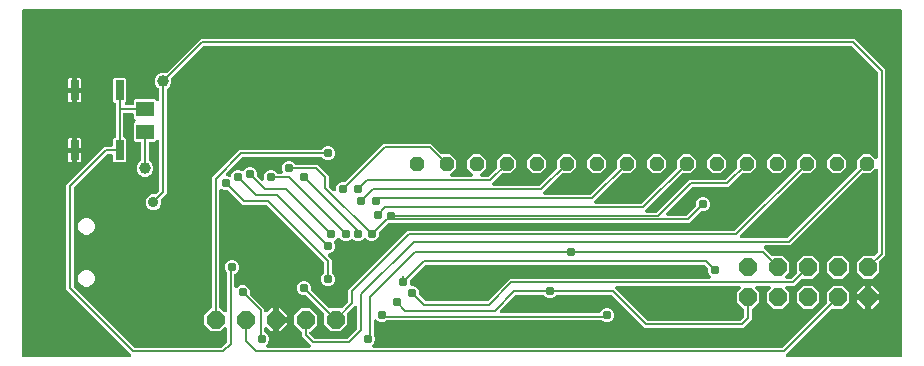
<source format=gbr>
G04 EAGLE Gerber RS-274X export*
G75*
%MOMM*%
%FSLAX34Y34*%
%LPD*%
%INBottom Copper*%
%IPPOS*%
%AMOC8*
5,1,8,0,0,1.08239X$1,22.5*%
G01*
%ADD10P,1.319650X8X202.500000*%
%ADD11P,1.649562X8X112.500000*%
%ADD12P,1.649562X8X22.500000*%
%ADD13R,0.762000X1.651000*%
%ADD14R,1.500000X1.300000*%
%ADD15C,0.787400*%
%ADD16C,0.203200*%
%ADD17C,0.914400*%
%ADD18C,1.006400*%

G36*
X170952Y10683D02*
X170952Y10683D01*
X171078Y10690D01*
X171124Y10703D01*
X171172Y10709D01*
X171291Y10751D01*
X171413Y10786D01*
X171455Y10810D01*
X171501Y10826D01*
X171607Y10895D01*
X171717Y10956D01*
X171763Y10996D01*
X171793Y11015D01*
X171827Y11050D01*
X171903Y11115D01*
X175575Y14787D01*
X175654Y14886D01*
X175738Y14980D01*
X175762Y15022D01*
X175792Y15060D01*
X175846Y15174D01*
X175907Y15285D01*
X175920Y15331D01*
X175941Y15375D01*
X175967Y15498D01*
X176002Y15620D01*
X176007Y15681D01*
X176014Y15716D01*
X176013Y15764D01*
X176021Y15864D01*
X176021Y26613D01*
X176010Y26713D01*
X176008Y26813D01*
X175990Y26885D01*
X175981Y26959D01*
X175948Y27054D01*
X175923Y27151D01*
X175889Y27217D01*
X175864Y27287D01*
X175809Y27372D01*
X175763Y27461D01*
X175715Y27517D01*
X175675Y27580D01*
X175603Y27650D01*
X175538Y27726D01*
X175478Y27770D01*
X175424Y27822D01*
X175338Y27874D01*
X175257Y27933D01*
X175189Y27963D01*
X175125Y28001D01*
X175029Y28032D01*
X174937Y28071D01*
X174864Y28085D01*
X174793Y28107D01*
X174693Y28115D01*
X174594Y28133D01*
X174520Y28129D01*
X174446Y28135D01*
X174346Y28120D01*
X174246Y28115D01*
X174175Y28095D01*
X174101Y28083D01*
X174008Y28046D01*
X173911Y28019D01*
X173846Y27982D01*
X173777Y27955D01*
X173695Y27898D01*
X173607Y27848D01*
X173531Y27783D01*
X173491Y27756D01*
X173467Y27729D01*
X173421Y27690D01*
X170368Y24637D01*
X162372Y24637D01*
X156717Y30292D01*
X156717Y38288D01*
X162631Y44202D01*
X162640Y44209D01*
X162765Y44289D01*
X162783Y44308D01*
X162805Y44323D01*
X162904Y44433D01*
X163007Y44540D01*
X163021Y44562D01*
X163038Y44582D01*
X163110Y44712D01*
X163186Y44839D01*
X163194Y44864D01*
X163207Y44887D01*
X163247Y45030D01*
X163292Y45171D01*
X163294Y45197D01*
X163302Y45222D01*
X163321Y45466D01*
X163321Y154933D01*
X186697Y178309D01*
X255595Y178309D01*
X255721Y178323D01*
X255847Y178330D01*
X255894Y178343D01*
X255942Y178349D01*
X256060Y178391D01*
X256182Y178426D01*
X256224Y178450D01*
X256270Y178466D01*
X256376Y178535D01*
X256486Y178596D01*
X256532Y178636D01*
X256562Y178655D01*
X256596Y178690D01*
X256672Y178755D01*
X258238Y180321D01*
X260433Y181230D01*
X262807Y181230D01*
X265002Y180321D01*
X266681Y178642D01*
X267590Y176447D01*
X267590Y174073D01*
X266681Y171878D01*
X265002Y170199D01*
X262807Y169290D01*
X260433Y169290D01*
X258238Y170199D01*
X256672Y171765D01*
X256573Y171844D01*
X256480Y171928D01*
X256437Y171952D01*
X256399Y171982D01*
X256285Y172036D01*
X256174Y172097D01*
X256128Y172110D01*
X256084Y172131D01*
X255961Y172157D01*
X255839Y172192D01*
X255778Y172197D01*
X255744Y172204D01*
X255696Y172203D01*
X255595Y172211D01*
X189854Y172211D01*
X189728Y172197D01*
X189602Y172190D01*
X189556Y172177D01*
X189508Y172171D01*
X189389Y172129D01*
X189267Y172094D01*
X189225Y172070D01*
X189179Y172054D01*
X189073Y171985D01*
X188963Y171924D01*
X188917Y171884D01*
X188887Y171865D01*
X188853Y171830D01*
X188777Y171765D01*
X175442Y158430D01*
X175379Y158352D01*
X175309Y158279D01*
X175271Y158215D01*
X175225Y158157D01*
X175182Y158066D01*
X175131Y157980D01*
X175108Y157909D01*
X175076Y157842D01*
X175055Y157744D01*
X175024Y157648D01*
X175018Y157574D01*
X175003Y157501D01*
X175004Y157401D01*
X174996Y157301D01*
X175007Y157227D01*
X175009Y157153D01*
X175033Y157056D01*
X175048Y156956D01*
X175076Y156887D01*
X175094Y156815D01*
X175140Y156725D01*
X175177Y156632D01*
X175219Y156571D01*
X175253Y156505D01*
X175319Y156428D01*
X175376Y156346D01*
X175431Y156296D01*
X175479Y156240D01*
X175560Y156180D01*
X175635Y156113D01*
X175700Y156077D01*
X175759Y156032D01*
X175852Y155993D01*
X175940Y155944D01*
X176011Y155924D01*
X176079Y155894D01*
X176178Y155877D01*
X176275Y155849D01*
X176375Y155841D01*
X176422Y155833D01*
X176438Y155834D01*
X177498Y155395D01*
X177523Y155387D01*
X177547Y155375D01*
X177691Y155340D01*
X177833Y155299D01*
X177859Y155298D01*
X177885Y155291D01*
X178033Y155289D01*
X178181Y155282D01*
X178207Y155287D01*
X178233Y155286D01*
X178378Y155318D01*
X178524Y155345D01*
X178548Y155355D01*
X178574Y155361D01*
X178707Y155424D01*
X178844Y155483D01*
X178865Y155499D01*
X178888Y155510D01*
X179004Y155603D01*
X179123Y155691D01*
X179140Y155711D01*
X179161Y155728D01*
X179253Y155844D01*
X179349Y155957D01*
X179361Y155981D01*
X179377Y156001D01*
X179488Y156219D01*
X180359Y158322D01*
X182038Y160001D01*
X184233Y160910D01*
X186607Y160910D01*
X188556Y160103D01*
X188581Y160095D01*
X188605Y160083D01*
X188749Y160048D01*
X188891Y160007D01*
X188917Y160006D01*
X188943Y159999D01*
X189091Y159997D01*
X189239Y159990D01*
X189265Y159995D01*
X189291Y159994D01*
X189436Y160026D01*
X189582Y160053D01*
X189606Y160063D01*
X189632Y160069D01*
X189765Y160132D01*
X189902Y160191D01*
X189923Y160207D01*
X189947Y160218D01*
X190062Y160311D01*
X190181Y160399D01*
X190198Y160419D01*
X190219Y160436D01*
X190311Y160552D01*
X190407Y160665D01*
X190419Y160689D01*
X190435Y160709D01*
X190506Y160849D01*
X192198Y162541D01*
X194393Y163450D01*
X196767Y163450D01*
X198962Y162541D01*
X200641Y160862D01*
X201550Y158667D01*
X201550Y156453D01*
X201564Y156327D01*
X201571Y156201D01*
X201584Y156155D01*
X201590Y156107D01*
X201632Y155988D01*
X201667Y155866D01*
X201691Y155824D01*
X201707Y155778D01*
X201776Y155672D01*
X201837Y155562D01*
X201877Y155516D01*
X201896Y155486D01*
X201931Y155452D01*
X201996Y155376D01*
X204790Y152582D01*
X204868Y152519D01*
X204941Y152449D01*
X205005Y152411D01*
X205063Y152365D01*
X205154Y152322D01*
X205240Y152271D01*
X205311Y152248D01*
X205378Y152216D01*
X205476Y152195D01*
X205572Y152164D01*
X205646Y152158D01*
X205719Y152143D01*
X205819Y152144D01*
X205919Y152136D01*
X205993Y152147D01*
X206067Y152149D01*
X206164Y152173D01*
X206264Y152188D01*
X206333Y152216D01*
X206405Y152234D01*
X206495Y152280D01*
X206588Y152317D01*
X206649Y152359D01*
X206715Y152393D01*
X206792Y152459D01*
X206874Y152516D01*
X206924Y152571D01*
X206980Y152619D01*
X207040Y152700D01*
X207107Y152775D01*
X207143Y152840D01*
X207188Y152899D01*
X207227Y152992D01*
X207276Y153080D01*
X207296Y153151D01*
X207326Y153219D01*
X207343Y153318D01*
X207371Y153415D01*
X207379Y153515D01*
X207387Y153562D01*
X207385Y153598D01*
X207390Y153659D01*
X207390Y156127D01*
X208299Y158322D01*
X209978Y160001D01*
X212173Y160910D01*
X214547Y160910D01*
X216742Y160001D01*
X218308Y158435D01*
X218407Y158356D01*
X218500Y158272D01*
X218543Y158248D01*
X218581Y158218D01*
X218695Y158164D01*
X218806Y158103D01*
X218852Y158090D01*
X218896Y158069D01*
X219019Y158043D01*
X219141Y158008D01*
X219202Y158003D01*
X219236Y157996D01*
X219284Y157997D01*
X219385Y157989D01*
X221752Y157989D01*
X221901Y158006D01*
X222051Y158018D01*
X222075Y158026D01*
X222098Y158029D01*
X222239Y158079D01*
X222383Y158125D01*
X222404Y158138D01*
X222427Y158146D01*
X222553Y158228D01*
X222682Y158305D01*
X222699Y158322D01*
X222719Y158335D01*
X222824Y158443D01*
X222932Y158548D01*
X222945Y158568D01*
X222962Y158586D01*
X223039Y158715D01*
X223120Y158841D01*
X223128Y158864D01*
X223140Y158885D01*
X223186Y159028D01*
X223237Y159170D01*
X223239Y159194D01*
X223247Y159217D01*
X223259Y159366D01*
X223275Y159516D01*
X223273Y159540D01*
X223275Y159564D01*
X223252Y159713D01*
X223235Y159862D01*
X223226Y159890D01*
X223223Y159909D01*
X223205Y159953D01*
X223159Y160095D01*
X222630Y161373D01*
X222630Y163747D01*
X223539Y165942D01*
X225218Y167621D01*
X227413Y168530D01*
X229787Y168530D01*
X231982Y167621D01*
X233548Y166055D01*
X233647Y165976D01*
X233740Y165892D01*
X233783Y165868D01*
X233821Y165838D01*
X233935Y165784D01*
X234045Y165723D01*
X234092Y165710D01*
X234136Y165689D01*
X234259Y165663D01*
X234381Y165628D01*
X234442Y165623D01*
X234476Y165616D01*
X234524Y165617D01*
X234625Y165609D01*
X252723Y165609D01*
X262129Y156203D01*
X262129Y147944D01*
X262143Y147818D01*
X262150Y147692D01*
X262163Y147646D01*
X262169Y147598D01*
X262211Y147479D01*
X262246Y147357D01*
X262270Y147315D01*
X262286Y147269D01*
X262355Y147163D01*
X262416Y147053D01*
X262456Y147007D01*
X262475Y146977D01*
X262510Y146943D01*
X262575Y146867D01*
X265750Y143692D01*
X265828Y143629D01*
X265901Y143559D01*
X265965Y143521D01*
X266023Y143475D01*
X266114Y143432D01*
X266200Y143381D01*
X266271Y143358D01*
X266338Y143326D01*
X266436Y143305D01*
X266532Y143274D01*
X266606Y143268D01*
X266679Y143253D01*
X266779Y143254D01*
X266879Y143246D01*
X266953Y143257D01*
X267027Y143259D01*
X267124Y143283D01*
X267224Y143298D01*
X267293Y143326D01*
X267365Y143344D01*
X267454Y143390D01*
X267548Y143427D01*
X267609Y143469D01*
X267675Y143503D01*
X267751Y143568D01*
X267834Y143626D01*
X267884Y143681D01*
X267940Y143729D01*
X268000Y143810D01*
X268067Y143885D01*
X268103Y143950D01*
X268148Y144009D01*
X268187Y144102D01*
X268236Y144190D01*
X268256Y144261D01*
X268286Y144329D01*
X268303Y144428D01*
X268331Y144525D01*
X268339Y144625D01*
X268347Y144672D01*
X268345Y144708D01*
X268350Y144769D01*
X268350Y145967D01*
X269259Y148162D01*
X270938Y149841D01*
X273133Y150750D01*
X275347Y150750D01*
X275473Y150764D01*
X275599Y150771D01*
X275645Y150784D01*
X275693Y150790D01*
X275812Y150832D01*
X275934Y150867D01*
X275976Y150891D01*
X276022Y150907D01*
X276128Y150976D01*
X276238Y151037D01*
X276284Y151077D01*
X276314Y151096D01*
X276348Y151131D01*
X276424Y151196D01*
X308617Y183389D01*
X349243Y183389D01*
X357687Y174945D01*
X357786Y174866D01*
X357880Y174782D01*
X357922Y174758D01*
X357960Y174728D01*
X358074Y174674D01*
X358185Y174613D01*
X358231Y174600D01*
X358275Y174579D01*
X358398Y174553D01*
X358520Y174518D01*
X358581Y174513D01*
X358616Y174506D01*
X358664Y174507D01*
X358764Y174499D01*
X365317Y174499D01*
X370079Y169737D01*
X370079Y163003D01*
X365125Y158049D01*
X365062Y157971D01*
X364993Y157898D01*
X364954Y157834D01*
X364908Y157776D01*
X364865Y157685D01*
X364814Y157599D01*
X364791Y157528D01*
X364759Y157461D01*
X364738Y157363D01*
X364708Y157267D01*
X364702Y157193D01*
X364686Y157120D01*
X364688Y157020D01*
X364680Y156920D01*
X364691Y156846D01*
X364692Y156772D01*
X364716Y156675D01*
X364731Y156575D01*
X364759Y156506D01*
X364777Y156434D01*
X364823Y156344D01*
X364860Y156251D01*
X364902Y156190D01*
X364937Y156124D01*
X365002Y156047D01*
X365059Y155965D01*
X365114Y155915D01*
X365162Y155859D01*
X365243Y155799D01*
X365318Y155732D01*
X365383Y155696D01*
X365443Y155651D01*
X365535Y155612D01*
X365623Y155563D01*
X365694Y155543D01*
X365763Y155513D01*
X365861Y155496D01*
X365958Y155468D01*
X366058Y155460D01*
X366106Y155452D01*
X366141Y155454D01*
X366202Y155449D01*
X383098Y155449D01*
X383198Y155460D01*
X383298Y155462D01*
X383370Y155480D01*
X383444Y155489D01*
X383539Y155522D01*
X383636Y155547D01*
X383702Y155581D01*
X383772Y155606D01*
X383857Y155661D01*
X383946Y155707D01*
X384003Y155755D01*
X384065Y155795D01*
X384135Y155867D01*
X384211Y155932D01*
X384256Y155992D01*
X384307Y156046D01*
X384359Y156132D01*
X384419Y156213D01*
X384448Y156281D01*
X384486Y156345D01*
X384517Y156441D01*
X384557Y156533D01*
X384570Y156606D01*
X384592Y156677D01*
X384600Y156777D01*
X384618Y156876D01*
X384614Y156950D01*
X384620Y157024D01*
X384606Y157124D01*
X384600Y157224D01*
X384580Y157295D01*
X384569Y157369D01*
X384532Y157462D01*
X384504Y157559D01*
X384467Y157624D01*
X384440Y157693D01*
X384383Y157775D01*
X384334Y157863D01*
X384269Y157939D01*
X384241Y157979D01*
X384215Y158003D01*
X384175Y158049D01*
X379221Y163003D01*
X379221Y169737D01*
X383983Y174499D01*
X390717Y174499D01*
X395479Y169737D01*
X395479Y163003D01*
X390525Y158049D01*
X390462Y157971D01*
X390393Y157898D01*
X390354Y157834D01*
X390308Y157776D01*
X390265Y157685D01*
X390214Y157599D01*
X390191Y157528D01*
X390159Y157461D01*
X390138Y157363D01*
X390108Y157267D01*
X390102Y157193D01*
X390086Y157120D01*
X390088Y157020D01*
X390080Y156920D01*
X390091Y156846D01*
X390092Y156772D01*
X390116Y156675D01*
X390131Y156575D01*
X390159Y156506D01*
X390177Y156434D01*
X390223Y156344D01*
X390260Y156251D01*
X390302Y156190D01*
X390337Y156124D01*
X390402Y156047D01*
X390459Y155965D01*
X390514Y155915D01*
X390562Y155859D01*
X390643Y155799D01*
X390718Y155732D01*
X390783Y155696D01*
X390843Y155651D01*
X390935Y155612D01*
X391023Y155563D01*
X391094Y155543D01*
X391163Y155513D01*
X391261Y155496D01*
X391358Y155468D01*
X391458Y155460D01*
X391506Y155452D01*
X391541Y155454D01*
X391602Y155449D01*
X396886Y155449D01*
X397012Y155463D01*
X397138Y155470D01*
X397184Y155483D01*
X397232Y155489D01*
X397351Y155531D01*
X397473Y155566D01*
X397515Y155590D01*
X397561Y155606D01*
X397667Y155675D01*
X397777Y155736D01*
X397823Y155776D01*
X397853Y155795D01*
X397887Y155830D01*
X397963Y155895D01*
X404175Y162107D01*
X404254Y162206D01*
X404338Y162300D01*
X404362Y162342D01*
X404392Y162380D01*
X404446Y162494D01*
X404507Y162605D01*
X404520Y162651D01*
X404541Y162695D01*
X404567Y162818D01*
X404602Y162940D01*
X404607Y163001D01*
X404614Y163036D01*
X404613Y163084D01*
X404621Y163184D01*
X404621Y169737D01*
X409383Y174499D01*
X416117Y174499D01*
X420879Y169737D01*
X420879Y163003D01*
X416117Y158241D01*
X409564Y158241D01*
X409438Y158227D01*
X409312Y158220D01*
X409266Y158207D01*
X409218Y158201D01*
X409099Y158159D01*
X408977Y158124D01*
X408935Y158100D01*
X408889Y158084D01*
X408783Y158015D01*
X408673Y157954D01*
X408627Y157914D01*
X408597Y157895D01*
X408563Y157860D01*
X408487Y157795D01*
X401121Y150429D01*
X401058Y150351D01*
X400988Y150278D01*
X400950Y150214D01*
X400904Y150156D01*
X400861Y150065D01*
X400810Y149979D01*
X400787Y149908D01*
X400755Y149841D01*
X400734Y149743D01*
X400703Y149647D01*
X400697Y149573D01*
X400682Y149500D01*
X400683Y149400D01*
X400675Y149300D01*
X400686Y149226D01*
X400688Y149152D01*
X400712Y149055D01*
X400727Y148955D01*
X400755Y148886D01*
X400773Y148814D01*
X400819Y148724D01*
X400856Y148631D01*
X400898Y148570D01*
X400932Y148504D01*
X400998Y148427D01*
X401055Y148345D01*
X401110Y148295D01*
X401158Y148239D01*
X401239Y148179D01*
X401314Y148112D01*
X401379Y148076D01*
X401438Y148031D01*
X401531Y147992D01*
X401619Y147943D01*
X401690Y147923D01*
X401758Y147893D01*
X401857Y147876D01*
X401954Y147848D01*
X402054Y147840D01*
X402101Y147832D01*
X402137Y147834D01*
X402198Y147829D01*
X440066Y147829D01*
X440192Y147843D01*
X440318Y147850D01*
X440364Y147863D01*
X440412Y147869D01*
X440531Y147911D01*
X440653Y147946D01*
X440695Y147970D01*
X440741Y147986D01*
X440847Y148055D01*
X440957Y148116D01*
X441003Y148156D01*
X441033Y148175D01*
X441067Y148210D01*
X441143Y148275D01*
X454975Y162107D01*
X455054Y162206D01*
X455138Y162300D01*
X455162Y162342D01*
X455192Y162380D01*
X455246Y162494D01*
X455307Y162605D01*
X455320Y162651D01*
X455341Y162695D01*
X455367Y162818D01*
X455402Y162940D01*
X455407Y163001D01*
X455414Y163036D01*
X455413Y163084D01*
X455421Y163184D01*
X455421Y169737D01*
X460183Y174499D01*
X466917Y174499D01*
X471679Y169737D01*
X471679Y163003D01*
X466917Y158241D01*
X460364Y158241D01*
X460238Y158227D01*
X460112Y158220D01*
X460066Y158207D01*
X460018Y158201D01*
X459899Y158159D01*
X459777Y158124D01*
X459735Y158100D01*
X459689Y158084D01*
X459583Y158015D01*
X459473Y157954D01*
X459427Y157914D01*
X459397Y157895D01*
X459363Y157860D01*
X459287Y157795D01*
X444301Y142809D01*
X444238Y142731D01*
X444168Y142658D01*
X444130Y142594D01*
X444084Y142536D01*
X444041Y142445D01*
X443990Y142359D01*
X443967Y142288D01*
X443935Y142221D01*
X443914Y142123D01*
X443883Y142027D01*
X443877Y141953D01*
X443862Y141880D01*
X443863Y141780D01*
X443855Y141680D01*
X443866Y141606D01*
X443868Y141532D01*
X443892Y141435D01*
X443907Y141335D01*
X443935Y141266D01*
X443953Y141194D01*
X443999Y141104D01*
X444036Y141011D01*
X444078Y140950D01*
X444112Y140884D01*
X444178Y140807D01*
X444235Y140725D01*
X444290Y140675D01*
X444338Y140619D01*
X444419Y140559D01*
X444494Y140492D01*
X444559Y140456D01*
X444618Y140411D01*
X444711Y140372D01*
X444799Y140323D01*
X444870Y140303D01*
X444938Y140273D01*
X445037Y140256D01*
X445134Y140228D01*
X445234Y140220D01*
X445281Y140212D01*
X445317Y140214D01*
X445378Y140209D01*
X483246Y140209D01*
X483372Y140223D01*
X483498Y140230D01*
X483544Y140243D01*
X483592Y140249D01*
X483711Y140291D01*
X483833Y140326D01*
X483875Y140350D01*
X483921Y140366D01*
X484027Y140435D01*
X484137Y140496D01*
X484183Y140536D01*
X484213Y140555D01*
X484247Y140590D01*
X484323Y140655D01*
X505775Y162107D01*
X505854Y162206D01*
X505938Y162300D01*
X505962Y162342D01*
X505992Y162380D01*
X506046Y162494D01*
X506107Y162605D01*
X506120Y162651D01*
X506141Y162695D01*
X506167Y162818D01*
X506202Y162940D01*
X506207Y163001D01*
X506214Y163036D01*
X506213Y163084D01*
X506221Y163184D01*
X506221Y169737D01*
X510983Y174499D01*
X517717Y174499D01*
X522479Y169737D01*
X522479Y163003D01*
X517717Y158241D01*
X511164Y158241D01*
X511038Y158227D01*
X510912Y158220D01*
X510866Y158207D01*
X510818Y158201D01*
X510699Y158159D01*
X510577Y158124D01*
X510535Y158100D01*
X510489Y158084D01*
X510383Y158015D01*
X510273Y157954D01*
X510227Y157914D01*
X510197Y157895D01*
X510163Y157860D01*
X510087Y157795D01*
X488635Y136344D01*
X488635Y136343D01*
X487481Y135189D01*
X487418Y135110D01*
X487348Y135038D01*
X487310Y134974D01*
X487264Y134916D01*
X487221Y134825D01*
X487170Y134739D01*
X487147Y134668D01*
X487115Y134601D01*
X487094Y134503D01*
X487063Y134407D01*
X487057Y134333D01*
X487042Y134260D01*
X487043Y134160D01*
X487035Y134060D01*
X487046Y133986D01*
X487048Y133912D01*
X487072Y133815D01*
X487087Y133715D01*
X487115Y133646D01*
X487133Y133574D01*
X487179Y133485D01*
X487216Y133391D01*
X487258Y133330D01*
X487292Y133264D01*
X487357Y133188D01*
X487415Y133105D01*
X487470Y133055D01*
X487518Y132999D01*
X487599Y132939D01*
X487674Y132872D01*
X487739Y132836D01*
X487798Y132791D01*
X487891Y132752D01*
X487979Y132703D01*
X488050Y132683D01*
X488118Y132653D01*
X488217Y132636D01*
X488314Y132608D01*
X488414Y132600D01*
X488461Y132592D01*
X488497Y132594D01*
X488558Y132589D01*
X526426Y132589D01*
X526552Y132603D01*
X526678Y132610D01*
X526724Y132623D01*
X526772Y132629D01*
X526891Y132671D01*
X527013Y132706D01*
X527055Y132730D01*
X527101Y132746D01*
X527207Y132815D01*
X527317Y132876D01*
X527363Y132916D01*
X527393Y132935D01*
X527427Y132970D01*
X527503Y133035D01*
X556575Y162107D01*
X556654Y162206D01*
X556738Y162300D01*
X556762Y162342D01*
X556792Y162380D01*
X556846Y162494D01*
X556907Y162605D01*
X556920Y162651D01*
X556941Y162695D01*
X556967Y162818D01*
X557002Y162940D01*
X557007Y163001D01*
X557014Y163036D01*
X557013Y163084D01*
X557021Y163184D01*
X557021Y169737D01*
X561783Y174499D01*
X568517Y174499D01*
X573279Y169737D01*
X573279Y163003D01*
X568517Y158241D01*
X561964Y158241D01*
X561838Y158227D01*
X561712Y158220D01*
X561666Y158207D01*
X561618Y158201D01*
X561499Y158159D01*
X561377Y158124D01*
X561335Y158100D01*
X561289Y158084D01*
X561183Y158015D01*
X561073Y157954D01*
X561027Y157914D01*
X560997Y157895D01*
X560963Y157860D01*
X560887Y157795D01*
X530661Y127569D01*
X530598Y127491D01*
X530528Y127418D01*
X530490Y127354D01*
X530444Y127296D01*
X530401Y127205D01*
X530350Y127119D01*
X530327Y127048D01*
X530295Y126981D01*
X530274Y126883D01*
X530243Y126787D01*
X530237Y126713D01*
X530222Y126640D01*
X530223Y126540D01*
X530215Y126440D01*
X530226Y126366D01*
X530228Y126292D01*
X530252Y126195D01*
X530267Y126095D01*
X530295Y126026D01*
X530313Y125954D01*
X530359Y125864D01*
X530396Y125771D01*
X530438Y125710D01*
X530472Y125644D01*
X530538Y125567D01*
X530595Y125485D01*
X530650Y125435D01*
X530698Y125379D01*
X530779Y125319D01*
X530854Y125252D01*
X530919Y125216D01*
X530978Y125171D01*
X531071Y125132D01*
X531159Y125083D01*
X531230Y125063D01*
X531298Y125033D01*
X531397Y125016D01*
X531494Y124988D01*
X531594Y124980D01*
X531641Y124972D01*
X531677Y124974D01*
X531738Y124969D01*
X539126Y124969D01*
X539252Y124983D01*
X539378Y124990D01*
X539424Y125003D01*
X539472Y125009D01*
X539591Y125051D01*
X539713Y125086D01*
X539755Y125110D01*
X539801Y125126D01*
X539907Y125195D01*
X540017Y125256D01*
X540063Y125296D01*
X540093Y125315D01*
X540127Y125350D01*
X540203Y125415D01*
X567697Y152909D01*
X597546Y152909D01*
X597672Y152923D01*
X597798Y152930D01*
X597844Y152943D01*
X597892Y152949D01*
X598011Y152991D01*
X598133Y153026D01*
X598175Y153050D01*
X598221Y153066D01*
X598327Y153135D01*
X598437Y153196D01*
X598483Y153236D01*
X598513Y153255D01*
X598547Y153290D01*
X598623Y153355D01*
X607375Y162107D01*
X607454Y162206D01*
X607538Y162300D01*
X607562Y162342D01*
X607592Y162380D01*
X607646Y162494D01*
X607707Y162605D01*
X607720Y162651D01*
X607741Y162695D01*
X607767Y162818D01*
X607802Y162940D01*
X607807Y163001D01*
X607814Y163036D01*
X607813Y163084D01*
X607821Y163184D01*
X607821Y169737D01*
X612583Y174499D01*
X619317Y174499D01*
X624079Y169737D01*
X624079Y163003D01*
X619317Y158241D01*
X612764Y158241D01*
X612638Y158227D01*
X612512Y158220D01*
X612466Y158207D01*
X612418Y158201D01*
X612299Y158159D01*
X612177Y158124D01*
X612135Y158100D01*
X612089Y158084D01*
X611983Y158015D01*
X611873Y157954D01*
X611827Y157914D01*
X611797Y157895D01*
X611763Y157860D01*
X611687Y157795D01*
X600703Y146811D01*
X570854Y146811D01*
X570728Y146797D01*
X570602Y146790D01*
X570556Y146777D01*
X570508Y146771D01*
X570389Y146729D01*
X570267Y146694D01*
X570225Y146670D01*
X570179Y146654D01*
X570073Y146585D01*
X569963Y146524D01*
X569917Y146484D01*
X569887Y146465D01*
X569853Y146430D01*
X569777Y146365D01*
X548441Y125029D01*
X548378Y124951D01*
X548308Y124878D01*
X548270Y124814D01*
X548224Y124756D01*
X548181Y124665D01*
X548130Y124579D01*
X548107Y124508D01*
X548075Y124441D01*
X548054Y124343D01*
X548023Y124247D01*
X548017Y124173D01*
X548002Y124100D01*
X548003Y124000D01*
X547995Y123900D01*
X548006Y123826D01*
X548008Y123752D01*
X548032Y123655D01*
X548047Y123555D01*
X548075Y123486D01*
X548093Y123414D01*
X548139Y123324D01*
X548176Y123231D01*
X548218Y123170D01*
X548252Y123104D01*
X548318Y123027D01*
X548375Y122945D01*
X548430Y122895D01*
X548478Y122839D01*
X548559Y122779D01*
X548634Y122712D01*
X548699Y122676D01*
X548758Y122631D01*
X548851Y122592D01*
X548939Y122543D01*
X549010Y122523D01*
X549078Y122493D01*
X549177Y122476D01*
X549274Y122448D01*
X549374Y122440D01*
X549421Y122432D01*
X549457Y122434D01*
X549518Y122429D01*
X564526Y122429D01*
X564652Y122443D01*
X564778Y122450D01*
X564824Y122463D01*
X564872Y122469D01*
X564991Y122511D01*
X565113Y122546D01*
X565155Y122570D01*
X565201Y122586D01*
X565307Y122655D01*
X565417Y122716D01*
X565463Y122756D01*
X565493Y122775D01*
X565527Y122810D01*
X565603Y122875D01*
X572704Y129976D01*
X572783Y130075D01*
X572867Y130169D01*
X572891Y130211D01*
X572921Y130249D01*
X572975Y130363D01*
X573036Y130474D01*
X573049Y130520D01*
X573070Y130564D01*
X573096Y130687D01*
X573131Y130809D01*
X573136Y130870D01*
X573143Y130905D01*
X573142Y130953D01*
X573150Y131053D01*
X573150Y133267D01*
X574059Y135462D01*
X575738Y137141D01*
X577933Y138050D01*
X580307Y138050D01*
X582502Y137141D01*
X584181Y135462D01*
X585090Y133267D01*
X585090Y130893D01*
X584181Y128698D01*
X582502Y127019D01*
X580307Y126110D01*
X578093Y126110D01*
X577967Y126096D01*
X577841Y126089D01*
X577795Y126076D01*
X577747Y126070D01*
X577628Y126028D01*
X577506Y125993D01*
X577464Y125969D01*
X577418Y125953D01*
X577312Y125884D01*
X577202Y125823D01*
X577156Y125783D01*
X577126Y125764D01*
X577092Y125729D01*
X577016Y125664D01*
X567683Y116331D01*
X317370Y116331D01*
X317368Y116331D01*
X317366Y116331D01*
X317190Y116310D01*
X317024Y116291D01*
X317022Y116291D01*
X317020Y116290D01*
X316787Y116215D01*
X316147Y115950D01*
X313773Y115950D01*
X313482Y116071D01*
X313408Y116092D01*
X313338Y116122D01*
X313242Y116139D01*
X313147Y116166D01*
X313071Y116170D01*
X312995Y116184D01*
X312897Y116178D01*
X312799Y116183D01*
X312724Y116170D01*
X312647Y116166D01*
X312553Y116138D01*
X312456Y116121D01*
X312386Y116090D01*
X312312Y116069D01*
X312226Y116021D01*
X312136Y115982D01*
X312075Y115936D01*
X312008Y115899D01*
X311894Y115802D01*
X311857Y115774D01*
X311844Y115759D01*
X311822Y115740D01*
X304866Y108784D01*
X304787Y108685D01*
X304703Y108591D01*
X304679Y108549D01*
X304649Y108511D01*
X304595Y108397D01*
X304534Y108286D01*
X304521Y108240D01*
X304500Y108196D01*
X304474Y108073D01*
X304439Y107951D01*
X304434Y107890D01*
X304427Y107856D01*
X304428Y107808D01*
X304420Y107707D01*
X304420Y105493D01*
X303511Y103298D01*
X301832Y101619D01*
X299637Y100710D01*
X297263Y100710D01*
X295068Y101619D01*
X293812Y102875D01*
X293792Y102892D01*
X293775Y102912D01*
X293655Y103000D01*
X293539Y103092D01*
X293515Y103103D01*
X293494Y103119D01*
X293358Y103178D01*
X293224Y103241D01*
X293198Y103246D01*
X293174Y103257D01*
X293028Y103283D01*
X292883Y103314D01*
X292857Y103314D01*
X292831Y103319D01*
X292683Y103311D01*
X292535Y103308D01*
X292509Y103302D01*
X292483Y103301D01*
X292341Y103260D01*
X292197Y103223D01*
X292174Y103211D01*
X292148Y103204D01*
X292019Y103132D01*
X291887Y103064D01*
X291867Y103047D01*
X291844Y103034D01*
X291658Y102875D01*
X290402Y101619D01*
X288207Y100710D01*
X285833Y100710D01*
X283638Y101619D01*
X283017Y102240D01*
X282997Y102257D01*
X282980Y102277D01*
X282860Y102365D01*
X282744Y102457D01*
X282720Y102468D01*
X282699Y102484D01*
X282563Y102543D01*
X282429Y102606D01*
X282403Y102611D01*
X282379Y102622D01*
X282233Y102648D01*
X282088Y102679D01*
X282062Y102679D01*
X282036Y102684D01*
X281888Y102676D01*
X281740Y102673D01*
X281714Y102667D01*
X281688Y102666D01*
X281546Y102625D01*
X281402Y102588D01*
X281378Y102576D01*
X281353Y102569D01*
X281224Y102497D01*
X281092Y102429D01*
X281072Y102412D01*
X281049Y102399D01*
X280863Y102240D01*
X280242Y101619D01*
X278047Y100710D01*
X275673Y100710D01*
X273478Y101619D01*
X271587Y103510D01*
X271567Y103527D01*
X271550Y103547D01*
X271430Y103635D01*
X271314Y103727D01*
X271290Y103738D01*
X271269Y103754D01*
X271133Y103813D01*
X270999Y103876D01*
X270973Y103881D01*
X270949Y103892D01*
X270803Y103918D01*
X270658Y103949D01*
X270632Y103949D01*
X270606Y103954D01*
X270458Y103946D01*
X270310Y103943D01*
X270284Y103937D01*
X270258Y103936D01*
X270116Y103895D01*
X269972Y103858D01*
X269949Y103846D01*
X269923Y103839D01*
X269794Y103767D01*
X269662Y103699D01*
X269642Y103682D01*
X269619Y103669D01*
X269433Y103510D01*
X267531Y101609D01*
X267432Y101549D01*
X267303Y101477D01*
X267283Y101459D01*
X267260Y101446D01*
X267154Y101342D01*
X267044Y101243D01*
X267029Y101221D01*
X267010Y101203D01*
X266930Y101078D01*
X266846Y100956D01*
X266836Y100932D01*
X266822Y100910D01*
X266773Y100770D01*
X266718Y100632D01*
X266714Y100606D01*
X266706Y100581D01*
X266689Y100434D01*
X266667Y100287D01*
X266670Y100261D01*
X266667Y100235D01*
X266684Y100088D01*
X266696Y99940D01*
X266704Y99915D01*
X266707Y99889D01*
X266783Y99656D01*
X267590Y97707D01*
X267590Y95333D01*
X266681Y93138D01*
X265002Y91459D01*
X262780Y90539D01*
X262779Y90539D01*
X262679Y90537D01*
X262606Y90519D01*
X262533Y90510D01*
X262438Y90477D01*
X262341Y90452D01*
X262274Y90418D01*
X262204Y90393D01*
X262120Y90338D01*
X262031Y90292D01*
X261974Y90244D01*
X261912Y90204D01*
X261842Y90132D01*
X261765Y90067D01*
X261721Y90007D01*
X261669Y89953D01*
X261618Y89867D01*
X261558Y89786D01*
X261529Y89718D01*
X261491Y89654D01*
X261460Y89558D01*
X261420Y89466D01*
X261407Y89393D01*
X261384Y89322D01*
X261376Y89222D01*
X261359Y89123D01*
X261362Y89049D01*
X261356Y88975D01*
X261371Y88875D01*
X261376Y88775D01*
X261397Y88704D01*
X261408Y88630D01*
X261445Y88537D01*
X261473Y88440D01*
X261509Y88375D01*
X261537Y88306D01*
X261594Y88224D01*
X261643Y88136D01*
X261708Y88060D01*
X261736Y88020D01*
X261762Y87996D01*
X261802Y87950D01*
X264669Y85083D01*
X264669Y74605D01*
X264683Y74479D01*
X264690Y74353D01*
X264703Y74306D01*
X264709Y74258D01*
X264751Y74140D01*
X264786Y74018D01*
X264810Y73976D01*
X264826Y73930D01*
X264895Y73824D01*
X264956Y73714D01*
X264996Y73668D01*
X265015Y73638D01*
X265050Y73604D01*
X265115Y73528D01*
X266681Y71962D01*
X267590Y69767D01*
X267590Y67393D01*
X266681Y65198D01*
X265002Y63519D01*
X262807Y62610D01*
X260433Y62610D01*
X258238Y63519D01*
X256559Y65198D01*
X255650Y67393D01*
X255650Y69767D01*
X256559Y71962D01*
X258125Y73528D01*
X258204Y73627D01*
X258288Y73720D01*
X258312Y73763D01*
X258342Y73801D01*
X258396Y73915D01*
X258457Y74026D01*
X258470Y74072D01*
X258491Y74116D01*
X258517Y74239D01*
X258552Y74361D01*
X258557Y74422D01*
X258564Y74456D01*
X258563Y74504D01*
X258571Y74605D01*
X258571Y81926D01*
X258557Y82052D01*
X258550Y82178D01*
X258537Y82224D01*
X258531Y82272D01*
X258489Y82391D01*
X258454Y82513D01*
X258430Y82555D01*
X258414Y82601D01*
X258345Y82707D01*
X258284Y82817D01*
X258244Y82863D01*
X258225Y82893D01*
X258190Y82927D01*
X258125Y83003D01*
X210003Y131125D01*
X209904Y131204D01*
X209810Y131288D01*
X209768Y131312D01*
X209730Y131342D01*
X209616Y131396D01*
X209505Y131457D01*
X209459Y131470D01*
X209415Y131491D01*
X209292Y131517D01*
X209170Y131552D01*
X209109Y131557D01*
X209074Y131564D01*
X209026Y131563D01*
X208926Y131571D01*
X189237Y131571D01*
X187005Y133803D01*
X177364Y143444D01*
X177265Y143523D01*
X177171Y143607D01*
X177129Y143631D01*
X177091Y143661D01*
X176977Y143715D01*
X176866Y143776D01*
X176820Y143789D01*
X176776Y143810D01*
X176653Y143836D01*
X176531Y143871D01*
X176470Y143876D01*
X176436Y143883D01*
X176388Y143882D01*
X176287Y143890D01*
X174073Y143890D01*
X171802Y144831D01*
X171746Y144875D01*
X171655Y144918D01*
X171569Y144970D01*
X171499Y144992D01*
X171431Y145024D01*
X171333Y145045D01*
X171237Y145076D01*
X171163Y145082D01*
X171091Y145097D01*
X170990Y145096D01*
X170890Y145104D01*
X170816Y145093D01*
X170742Y145091D01*
X170645Y145067D01*
X170545Y145052D01*
X170476Y145025D01*
X170404Y145006D01*
X170315Y144960D01*
X170221Y144923D01*
X170160Y144881D01*
X170094Y144847D01*
X170018Y144782D01*
X169935Y144724D01*
X169885Y144669D01*
X169829Y144621D01*
X169769Y144540D01*
X169702Y144466D01*
X169666Y144401D01*
X169622Y144341D01*
X169582Y144249D01*
X169533Y144161D01*
X169513Y144089D01*
X169484Y144021D01*
X169466Y143922D01*
X169438Y143825D01*
X169430Y143725D01*
X169422Y143678D01*
X169424Y143642D01*
X169419Y143581D01*
X169419Y45466D01*
X169422Y45440D01*
X169420Y45414D01*
X169442Y45267D01*
X169459Y45120D01*
X169467Y45095D01*
X169471Y45069D01*
X169526Y44931D01*
X169576Y44792D01*
X169590Y44770D01*
X169600Y44745D01*
X169685Y44624D01*
X169765Y44499D01*
X169784Y44481D01*
X169799Y44459D01*
X169909Y44360D01*
X170016Y44257D01*
X170038Y44243D01*
X170058Y44226D01*
X170119Y44192D01*
X173421Y40890D01*
X173499Y40828D01*
X173572Y40758D01*
X173636Y40720D01*
X173694Y40673D01*
X173785Y40631D01*
X173871Y40579D01*
X173942Y40556D01*
X174009Y40525D01*
X174107Y40503D01*
X174203Y40473D01*
X174277Y40467D01*
X174350Y40451D01*
X174450Y40453D01*
X174550Y40445D01*
X174624Y40456D01*
X174698Y40457D01*
X174795Y40482D01*
X174895Y40497D01*
X174964Y40524D01*
X175036Y40542D01*
X175125Y40588D01*
X175219Y40625D01*
X175280Y40668D01*
X175346Y40702D01*
X175422Y40767D01*
X175505Y40824D01*
X175555Y40879D01*
X175611Y40928D01*
X175671Y41008D01*
X175738Y41083D01*
X175774Y41148D01*
X175819Y41208D01*
X175858Y41300D01*
X175907Y41388D01*
X175927Y41460D01*
X175957Y41528D01*
X175974Y41627D01*
X176002Y41723D01*
X176010Y41823D01*
X176018Y41871D01*
X176016Y41907D01*
X176021Y41967D01*
X176021Y73985D01*
X176007Y74111D01*
X176000Y74237D01*
X175987Y74284D01*
X175981Y74332D01*
X175939Y74450D01*
X175904Y74572D01*
X175880Y74614D01*
X175864Y74660D01*
X175795Y74766D01*
X175734Y74876D01*
X175694Y74922D01*
X175675Y74952D01*
X175640Y74986D01*
X175575Y75062D01*
X175279Y75358D01*
X174370Y77553D01*
X174370Y79927D01*
X175279Y82122D01*
X176958Y83801D01*
X179153Y84710D01*
X181527Y84710D01*
X183722Y83801D01*
X185401Y82122D01*
X186310Y79927D01*
X186310Y77553D01*
X185401Y75358D01*
X183722Y73679D01*
X183059Y73405D01*
X182992Y73368D01*
X182921Y73339D01*
X182840Y73283D01*
X182754Y73235D01*
X182698Y73184D01*
X182635Y73140D01*
X182569Y73067D01*
X182496Y73001D01*
X182453Y72938D01*
X182402Y72882D01*
X182354Y72795D01*
X182298Y72715D01*
X182270Y72644D01*
X182233Y72577D01*
X182206Y72482D01*
X182170Y72390D01*
X182159Y72315D01*
X182138Y72241D01*
X182126Y72092D01*
X182119Y72046D01*
X182121Y72026D01*
X182119Y71997D01*
X182119Y62667D01*
X182130Y62567D01*
X182132Y62466D01*
X182150Y62394D01*
X182159Y62320D01*
X182192Y62226D01*
X182217Y62128D01*
X182251Y62062D01*
X182276Y61992D01*
X182331Y61908D01*
X182377Y61819D01*
X182425Y61762D01*
X182465Y61700D01*
X182537Y61630D01*
X182602Y61553D01*
X182662Y61509D01*
X182716Y61457D01*
X182802Y61406D01*
X182883Y61346D01*
X182951Y61317D01*
X183015Y61278D01*
X183111Y61248D01*
X183203Y61208D01*
X183276Y61195D01*
X183347Y61172D01*
X183447Y61164D01*
X183546Y61146D01*
X183620Y61150D01*
X183694Y61144D01*
X183794Y61159D01*
X183894Y61164D01*
X183965Y61185D01*
X184039Y61196D01*
X184132Y61233D01*
X184229Y61261D01*
X184294Y61297D01*
X184363Y61325D01*
X184445Y61382D01*
X184533Y61431D01*
X184609Y61496D01*
X184649Y61524D01*
X184673Y61550D01*
X184719Y61590D01*
X185848Y62719D01*
X188043Y63628D01*
X190417Y63628D01*
X192612Y62719D01*
X194291Y61040D01*
X195200Y58845D01*
X195200Y56631D01*
X195214Y56505D01*
X195221Y56379D01*
X195234Y56333D01*
X195240Y56285D01*
X195282Y56166D01*
X195317Y56044D01*
X195341Y56002D01*
X195357Y55956D01*
X195426Y55850D01*
X195487Y55740D01*
X195527Y55694D01*
X195546Y55664D01*
X195581Y55630D01*
X195646Y55554D01*
X207519Y43681D01*
X207519Y41967D01*
X207530Y41867D01*
X207532Y41767D01*
X207550Y41695D01*
X207559Y41621D01*
X207592Y41526D01*
X207617Y41429D01*
X207651Y41363D01*
X207676Y41293D01*
X207731Y41208D01*
X207777Y41119D01*
X207825Y41063D01*
X207865Y41000D01*
X207937Y40930D01*
X208002Y40854D01*
X208062Y40810D01*
X208116Y40758D01*
X208202Y40706D01*
X208283Y40647D01*
X208351Y40617D01*
X208415Y40579D01*
X208511Y40548D01*
X208603Y40509D01*
X208676Y40495D01*
X208747Y40473D01*
X208847Y40465D01*
X208946Y40447D01*
X209020Y40451D01*
X209094Y40445D01*
X209194Y40460D01*
X209294Y40465D01*
X209365Y40485D01*
X209439Y40497D01*
X209532Y40534D01*
X209629Y40561D01*
X209694Y40598D01*
X209763Y40625D01*
X209845Y40682D01*
X209933Y40732D01*
X210009Y40797D01*
X210049Y40824D01*
X210073Y40851D01*
X210119Y40890D01*
X213172Y43943D01*
X214631Y43943D01*
X214631Y35306D01*
X214634Y35280D01*
X214632Y35254D01*
X214654Y35107D01*
X214671Y34960D01*
X214679Y34935D01*
X214683Y34909D01*
X214738Y34772D01*
X214788Y34632D01*
X214802Y34610D01*
X214812Y34585D01*
X214897Y34464D01*
X214977Y34339D01*
X214996Y34321D01*
X215011Y34299D01*
X215027Y34285D01*
X214945Y34200D01*
X214931Y34177D01*
X214914Y34158D01*
X214842Y34028D01*
X214766Y33901D01*
X214758Y33876D01*
X214745Y33853D01*
X214705Y33710D01*
X214660Y33569D01*
X214657Y33543D01*
X214650Y33518D01*
X214631Y33274D01*
X214631Y24637D01*
X213172Y24637D01*
X210119Y27690D01*
X210041Y27752D01*
X209968Y27822D01*
X209904Y27860D01*
X209846Y27907D01*
X209755Y27949D01*
X209669Y28001D01*
X209598Y28024D01*
X209531Y28055D01*
X209433Y28077D01*
X209337Y28107D01*
X209263Y28113D01*
X209190Y28129D01*
X209090Y28127D01*
X208990Y28135D01*
X208916Y28124D01*
X208842Y28123D01*
X208745Y28098D01*
X208645Y28083D01*
X208576Y28056D01*
X208504Y28038D01*
X208415Y27992D01*
X208321Y27955D01*
X208260Y27912D01*
X208194Y27878D01*
X208118Y27813D01*
X208035Y27756D01*
X207985Y27701D01*
X207929Y27652D01*
X207869Y27572D01*
X207802Y27497D01*
X207766Y27432D01*
X207721Y27372D01*
X207682Y27280D01*
X207633Y27192D01*
X207613Y27120D01*
X207583Y27052D01*
X207566Y26953D01*
X207538Y26857D01*
X207530Y26757D01*
X207522Y26709D01*
X207524Y26673D01*
X207519Y26613D01*
X207519Y24882D01*
X207527Y24806D01*
X207526Y24729D01*
X207547Y24633D01*
X207559Y24536D01*
X207584Y24464D01*
X207601Y24389D01*
X207643Y24300D01*
X207676Y24208D01*
X207718Y24143D01*
X207750Y24074D01*
X207812Y23997D01*
X207865Y23915D01*
X207920Y23862D01*
X207968Y23802D01*
X208045Y23741D01*
X208116Y23673D01*
X208181Y23633D01*
X208241Y23586D01*
X208375Y23518D01*
X208415Y23494D01*
X208433Y23488D01*
X208459Y23475D01*
X209376Y23095D01*
X211055Y21416D01*
X211964Y19221D01*
X211964Y16847D01*
X211055Y14652D01*
X209672Y13269D01*
X209609Y13190D01*
X209539Y13118D01*
X209501Y13054D01*
X209455Y12996D01*
X209412Y12905D01*
X209360Y12819D01*
X209338Y12748D01*
X209306Y12681D01*
X209285Y12583D01*
X209254Y12487D01*
X209248Y12413D01*
X209233Y12340D01*
X209234Y12240D01*
X209226Y12140D01*
X209237Y12066D01*
X209239Y11992D01*
X209263Y11895D01*
X209278Y11795D01*
X209305Y11726D01*
X209324Y11654D01*
X209370Y11565D01*
X209407Y11471D01*
X209449Y11410D01*
X209483Y11344D01*
X209548Y11268D01*
X209606Y11185D01*
X209661Y11135D01*
X209709Y11079D01*
X209790Y11019D01*
X209864Y10952D01*
X209930Y10916D01*
X209989Y10871D01*
X210082Y10832D01*
X210169Y10783D01*
X210241Y10763D01*
X210309Y10733D01*
X210408Y10716D01*
X210505Y10688D01*
X210605Y10680D01*
X210652Y10672D01*
X210688Y10674D01*
X210749Y10669D01*
X245502Y10669D01*
X245602Y10680D01*
X245702Y10682D01*
X245775Y10700D01*
X245848Y10709D01*
X245943Y10742D01*
X246040Y10767D01*
X246107Y10801D01*
X246177Y10826D01*
X246261Y10881D01*
X246350Y10927D01*
X246407Y10975D01*
X246469Y11015D01*
X246539Y11087D01*
X246616Y11152D01*
X246660Y11212D01*
X246712Y11266D01*
X246763Y11352D01*
X246823Y11433D01*
X246852Y11501D01*
X246890Y11565D01*
X246921Y11661D01*
X246961Y11753D01*
X246974Y11826D01*
X246997Y11897D01*
X247005Y11997D01*
X247022Y12096D01*
X247019Y12170D01*
X247025Y12244D01*
X247010Y12344D01*
X247005Y12444D01*
X246984Y12515D01*
X246973Y12589D01*
X246936Y12682D01*
X246908Y12779D01*
X246872Y12844D01*
X246844Y12913D01*
X246787Y12995D01*
X246738Y13083D01*
X246673Y13159D01*
X246645Y13199D01*
X246619Y13223D01*
X246579Y13269D01*
X241753Y18095D01*
X239521Y20327D01*
X239521Y23114D01*
X239518Y23140D01*
X239520Y23166D01*
X239498Y23312D01*
X239481Y23460D01*
X239473Y23485D01*
X239469Y23511D01*
X239414Y23649D01*
X239364Y23788D01*
X239350Y23810D01*
X239340Y23835D01*
X239255Y23956D01*
X239175Y24081D01*
X239156Y24099D01*
X239141Y24121D01*
X239031Y24220D01*
X238924Y24323D01*
X238902Y24337D01*
X238882Y24354D01*
X238821Y24388D01*
X232917Y30292D01*
X232917Y38288D01*
X238572Y43943D01*
X246568Y43943D01*
X252223Y38288D01*
X252223Y30292D01*
X246278Y24347D01*
X246262Y24327D01*
X246242Y24310D01*
X246154Y24190D01*
X246062Y24074D01*
X246051Y24051D01*
X246035Y24030D01*
X245976Y23893D01*
X245913Y23759D01*
X245907Y23734D01*
X245897Y23710D01*
X245871Y23563D01*
X245839Y23419D01*
X245840Y23392D01*
X245835Y23367D01*
X245843Y23218D01*
X245845Y23070D01*
X245852Y23045D01*
X245853Y23018D01*
X245894Y22876D01*
X245930Y22732D01*
X245942Y22709D01*
X245950Y22684D01*
X246022Y22554D01*
X246090Y22422D01*
X246107Y22402D01*
X246120Y22379D01*
X246278Y22193D01*
X249737Y18735D01*
X249836Y18656D01*
X249930Y18572D01*
X249972Y18548D01*
X250010Y18518D01*
X250124Y18464D01*
X250235Y18403D01*
X250281Y18390D01*
X250325Y18369D01*
X250448Y18343D01*
X250570Y18308D01*
X250631Y18303D01*
X250666Y18296D01*
X250714Y18297D01*
X250814Y18289D01*
X277506Y18289D01*
X277632Y18303D01*
X277758Y18310D01*
X277804Y18323D01*
X277852Y18329D01*
X277971Y18371D01*
X278093Y18406D01*
X278135Y18430D01*
X278181Y18446D01*
X278287Y18515D01*
X278397Y18576D01*
X278443Y18616D01*
X278473Y18635D01*
X278507Y18670D01*
X278583Y18735D01*
X286065Y26217D01*
X286144Y26316D01*
X286228Y26410D01*
X286252Y26452D01*
X286282Y26490D01*
X286336Y26604D01*
X286397Y26715D01*
X286410Y26761D01*
X286431Y26805D01*
X286457Y26928D01*
X286492Y27050D01*
X286497Y27111D01*
X286504Y27146D01*
X286503Y27194D01*
X286511Y27294D01*
X286511Y44842D01*
X286500Y44942D01*
X286498Y45042D01*
X286480Y45115D01*
X286471Y45188D01*
X286438Y45283D01*
X286413Y45380D01*
X286379Y45447D01*
X286354Y45517D01*
X286299Y45601D01*
X286253Y45690D01*
X286205Y45747D01*
X286165Y45809D01*
X286093Y45879D01*
X286028Y45956D01*
X285968Y46000D01*
X285914Y46052D01*
X285828Y46103D01*
X285747Y46163D01*
X285679Y46192D01*
X285615Y46230D01*
X285519Y46261D01*
X285427Y46301D01*
X285354Y46314D01*
X285283Y46337D01*
X285183Y46345D01*
X285084Y46362D01*
X285010Y46359D01*
X284936Y46365D01*
X284836Y46350D01*
X284736Y46345D01*
X284665Y46324D01*
X284591Y46313D01*
X284498Y46276D01*
X284401Y46248D01*
X284336Y46212D01*
X284267Y46184D01*
X284185Y46127D01*
X284097Y46078D01*
X284021Y46013D01*
X283981Y45985D01*
X283957Y45959D01*
X283911Y45919D01*
X278028Y40037D01*
X278012Y40016D01*
X277992Y39999D01*
X277904Y39880D01*
X277812Y39764D01*
X277801Y39740D01*
X277785Y39719D01*
X277726Y39583D01*
X277663Y39449D01*
X277657Y39423D01*
X277647Y39399D01*
X277621Y39253D01*
X277589Y39108D01*
X277590Y39082D01*
X277585Y39056D01*
X277593Y38907D01*
X277595Y38760D01*
X277602Y38734D01*
X277603Y38708D01*
X277623Y38640D01*
X277623Y30292D01*
X271968Y24637D01*
X263972Y24637D01*
X258317Y30292D01*
X258317Y38655D01*
X258319Y38666D01*
X258350Y38811D01*
X258350Y38837D01*
X258355Y38863D01*
X258347Y39011D01*
X258345Y39159D01*
X258338Y39185D01*
X258337Y39212D01*
X258296Y39354D01*
X258260Y39497D01*
X258248Y39521D01*
X258240Y39546D01*
X258168Y39676D01*
X258100Y39807D01*
X258083Y39827D01*
X258070Y39851D01*
X257912Y40037D01*
X243404Y54544D01*
X243305Y54623D01*
X243211Y54707D01*
X243169Y54731D01*
X243131Y54761D01*
X243017Y54815D01*
X242906Y54876D01*
X242860Y54889D01*
X242816Y54910D01*
X242693Y54936D01*
X242571Y54971D01*
X242510Y54976D01*
X242475Y54983D01*
X242427Y54982D01*
X242327Y54990D01*
X240113Y54990D01*
X237918Y55899D01*
X236239Y57578D01*
X235330Y59773D01*
X235330Y62147D01*
X236239Y64342D01*
X237918Y66021D01*
X240113Y66930D01*
X242487Y66930D01*
X244682Y66021D01*
X246361Y64342D01*
X247270Y62147D01*
X247270Y59933D01*
X247284Y59807D01*
X247291Y59681D01*
X247304Y59635D01*
X247310Y59587D01*
X247352Y59468D01*
X247387Y59346D01*
X247411Y59304D01*
X247427Y59258D01*
X247496Y59152D01*
X247557Y59042D01*
X247597Y58996D01*
X247616Y58966D01*
X247651Y58932D01*
X247716Y58856D01*
X262223Y44348D01*
X262244Y44332D01*
X262261Y44312D01*
X262380Y44224D01*
X262496Y44132D01*
X262520Y44120D01*
X262542Y44105D01*
X262678Y44046D01*
X262811Y43983D01*
X262837Y43977D01*
X262862Y43967D01*
X263008Y43941D01*
X263152Y43909D01*
X263178Y43910D01*
X263205Y43905D01*
X263353Y43913D01*
X263500Y43915D01*
X263526Y43922D01*
X263553Y43923D01*
X263620Y43943D01*
X272335Y43943D01*
X272347Y43941D01*
X272491Y43909D01*
X272518Y43910D01*
X272543Y43905D01*
X272692Y43913D01*
X272840Y43915D01*
X272865Y43922D01*
X272892Y43923D01*
X273034Y43964D01*
X273178Y44000D01*
X273201Y44012D01*
X273226Y44020D01*
X273356Y44092D01*
X273488Y44160D01*
X273508Y44177D01*
X273531Y44190D01*
X273717Y44348D01*
X278445Y49077D01*
X278524Y49176D01*
X278608Y49270D01*
X278632Y49312D01*
X278662Y49350D01*
X278716Y49464D01*
X278777Y49575D01*
X278790Y49621D01*
X278811Y49665D01*
X278837Y49788D01*
X278872Y49910D01*
X278877Y49971D01*
X278884Y50006D01*
X278883Y50054D01*
X278891Y50154D01*
X278891Y59683D01*
X328937Y109729D01*
X605166Y109729D01*
X605292Y109743D01*
X605418Y109750D01*
X605464Y109763D01*
X605512Y109769D01*
X605631Y109811D01*
X605753Y109846D01*
X605795Y109870D01*
X605841Y109886D01*
X605947Y109955D01*
X606057Y110016D01*
X606103Y110056D01*
X606133Y110075D01*
X606167Y110110D01*
X606243Y110175D01*
X658175Y162107D01*
X658254Y162206D01*
X658338Y162300D01*
X658362Y162342D01*
X658392Y162380D01*
X658446Y162494D01*
X658507Y162605D01*
X658520Y162651D01*
X658541Y162695D01*
X658567Y162818D01*
X658602Y162940D01*
X658607Y163001D01*
X658614Y163036D01*
X658613Y163084D01*
X658621Y163184D01*
X658621Y169737D01*
X663383Y174499D01*
X670117Y174499D01*
X674879Y169737D01*
X674879Y163003D01*
X670117Y158241D01*
X663564Y158241D01*
X663438Y158227D01*
X663312Y158220D01*
X663266Y158207D01*
X663218Y158201D01*
X663099Y158159D01*
X662977Y158124D01*
X662935Y158100D01*
X662889Y158084D01*
X662783Y158015D01*
X662673Y157954D01*
X662627Y157914D01*
X662597Y157895D01*
X662563Y157860D01*
X662487Y157795D01*
X610671Y105979D01*
X610608Y105901D01*
X610538Y105828D01*
X610500Y105764D01*
X610454Y105706D01*
X610411Y105615D01*
X610360Y105529D01*
X610337Y105458D01*
X610305Y105391D01*
X610284Y105293D01*
X610253Y105197D01*
X610247Y105123D01*
X610232Y105050D01*
X610233Y104950D01*
X610225Y104850D01*
X610236Y104776D01*
X610238Y104702D01*
X610262Y104605D01*
X610277Y104505D01*
X610305Y104436D01*
X610323Y104364D01*
X610369Y104274D01*
X610406Y104181D01*
X610448Y104120D01*
X610482Y104054D01*
X610548Y103977D01*
X610605Y103895D01*
X610660Y103845D01*
X610708Y103789D01*
X610789Y103729D01*
X610864Y103662D01*
X610929Y103626D01*
X610988Y103581D01*
X611081Y103542D01*
X611169Y103493D01*
X611240Y103473D01*
X611308Y103443D01*
X611407Y103426D01*
X611504Y103398D01*
X611604Y103390D01*
X611651Y103382D01*
X611687Y103384D01*
X611748Y103379D01*
X649616Y103379D01*
X649742Y103393D01*
X649868Y103400D01*
X649914Y103413D01*
X649962Y103419D01*
X650081Y103461D01*
X650203Y103496D01*
X650245Y103520D01*
X650291Y103536D01*
X650397Y103605D01*
X650507Y103666D01*
X650553Y103706D01*
X650583Y103725D01*
X650617Y103760D01*
X650693Y103825D01*
X708975Y162107D01*
X709054Y162206D01*
X709138Y162300D01*
X709162Y162342D01*
X709192Y162380D01*
X709246Y162494D01*
X709307Y162605D01*
X709320Y162651D01*
X709341Y162695D01*
X709367Y162818D01*
X709402Y162940D01*
X709407Y163001D01*
X709414Y163036D01*
X709413Y163084D01*
X709421Y163184D01*
X709421Y169737D01*
X714183Y174499D01*
X720917Y174499D01*
X724601Y170815D01*
X724679Y170752D01*
X724752Y170683D01*
X724816Y170644D01*
X724874Y170598D01*
X724965Y170555D01*
X725051Y170504D01*
X725122Y170481D01*
X725189Y170449D01*
X725287Y170428D01*
X725383Y170398D01*
X725457Y170392D01*
X725530Y170376D01*
X725630Y170378D01*
X725730Y170370D01*
X725804Y170381D01*
X725878Y170382D01*
X725975Y170406D01*
X726075Y170421D01*
X726144Y170449D01*
X726216Y170467D01*
X726306Y170513D01*
X726399Y170550D01*
X726460Y170592D01*
X726526Y170627D01*
X726603Y170692D01*
X726685Y170749D01*
X726735Y170804D01*
X726791Y170852D01*
X726851Y170933D01*
X726918Y171008D01*
X726954Y171073D01*
X726999Y171133D01*
X727038Y171225D01*
X727087Y171313D01*
X727107Y171384D01*
X727137Y171453D01*
X727154Y171551D01*
X727182Y171648D01*
X727190Y171748D01*
X727198Y171796D01*
X727196Y171831D01*
X727201Y171892D01*
X727201Y243216D01*
X727198Y243242D01*
X727200Y243266D01*
X727186Y243365D01*
X727180Y243468D01*
X727167Y243514D01*
X727161Y243562D01*
X727152Y243588D01*
X727149Y243611D01*
X727114Y243699D01*
X727084Y243803D01*
X727060Y243845D01*
X727044Y243891D01*
X727028Y243916D01*
X727020Y243935D01*
X726968Y244009D01*
X726914Y244107D01*
X726874Y244153D01*
X726855Y244183D01*
X726832Y244206D01*
X726821Y244221D01*
X726802Y244238D01*
X726755Y244293D01*
X705303Y265745D01*
X705204Y265824D01*
X705110Y265908D01*
X705068Y265932D01*
X705030Y265962D01*
X704916Y266016D01*
X704805Y266077D01*
X704759Y266090D01*
X704715Y266111D01*
X704592Y266137D01*
X704470Y266172D01*
X704409Y266177D01*
X704374Y266184D01*
X704326Y266183D01*
X704226Y266191D01*
X156834Y266191D01*
X156708Y266177D01*
X156582Y266170D01*
X156536Y266157D01*
X156488Y266151D01*
X156369Y266109D01*
X156247Y266074D01*
X156205Y266050D01*
X156159Y266034D01*
X156053Y265965D01*
X155943Y265904D01*
X155897Y265864D01*
X155867Y265845D01*
X155833Y265810D01*
X155757Y265745D01*
X129310Y239298D01*
X129262Y239238D01*
X129207Y239185D01*
X129154Y239102D01*
X129093Y239025D01*
X129060Y238956D01*
X129019Y238892D01*
X128986Y238799D01*
X128944Y238710D01*
X128928Y238635D01*
X128902Y238563D01*
X128891Y238465D01*
X128871Y238369D01*
X128872Y238293D01*
X128863Y238217D01*
X128875Y238119D01*
X128877Y238021D01*
X128895Y237947D01*
X128904Y237871D01*
X128950Y237729D01*
X128962Y237683D01*
X128971Y237666D01*
X128979Y237638D01*
X128985Y237625D01*
X128985Y234815D01*
X127909Y232218D01*
X125922Y230231D01*
X125909Y230225D01*
X125842Y230188D01*
X125771Y230160D01*
X125690Y230104D01*
X125604Y230056D01*
X125548Y230005D01*
X125485Y229961D01*
X125419Y229888D01*
X125346Y229822D01*
X125303Y229759D01*
X125252Y229702D01*
X125204Y229616D01*
X125148Y229535D01*
X125120Y229464D01*
X125083Y229397D01*
X125056Y229303D01*
X125020Y229211D01*
X125009Y229136D01*
X124988Y229062D01*
X124976Y228913D01*
X124969Y228866D01*
X124971Y228847D01*
X124969Y228818D01*
X124969Y140977D01*
X121067Y137075D01*
X121058Y137064D01*
X121041Y137049D01*
X120734Y136726D01*
X120699Y136680D01*
X120657Y136640D01*
X120594Y136541D01*
X120524Y136448D01*
X120500Y136395D01*
X120469Y136346D01*
X120430Y136236D01*
X120383Y136129D01*
X120372Y136072D01*
X120352Y136018D01*
X120339Y135902D01*
X120318Y135787D01*
X120320Y135729D01*
X120314Y135671D01*
X120327Y135555D01*
X120332Y135439D01*
X120348Y135383D01*
X120354Y135325D01*
X120397Y135194D01*
X120397Y132544D01*
X119391Y130117D01*
X117533Y128259D01*
X115106Y127253D01*
X112478Y127253D01*
X110051Y128259D01*
X108193Y130117D01*
X107187Y132544D01*
X107187Y135172D01*
X108193Y137599D01*
X110051Y139457D01*
X112478Y140463D01*
X115200Y140463D01*
X115326Y140477D01*
X115452Y140484D01*
X115498Y140497D01*
X115546Y140503D01*
X115665Y140545D01*
X115787Y140580D01*
X115829Y140604D01*
X115875Y140620D01*
X115981Y140689D01*
X116091Y140750D01*
X116137Y140790D01*
X116167Y140809D01*
X116201Y140844D01*
X116277Y140909D01*
X116677Y141308D01*
X116686Y141320D01*
X116703Y141335D01*
X117764Y142449D01*
X117823Y142482D01*
X117890Y142539D01*
X117927Y142565D01*
X117955Y142594D01*
X118009Y142641D01*
X118425Y143057D01*
X118504Y143156D01*
X118588Y143250D01*
X118612Y143292D01*
X118642Y143330D01*
X118696Y143444D01*
X118757Y143555D01*
X118770Y143601D01*
X118791Y143645D01*
X118817Y143768D01*
X118852Y143890D01*
X118857Y143951D01*
X118864Y143986D01*
X118863Y144034D01*
X118871Y144134D01*
X118871Y185339D01*
X118869Y185362D01*
X118870Y185383D01*
X118859Y185455D01*
X118858Y185539D01*
X118840Y185611D01*
X118831Y185685D01*
X118820Y185716D01*
X118819Y185728D01*
X118797Y185782D01*
X118773Y185877D01*
X118739Y185943D01*
X118714Y186013D01*
X118691Y186049D01*
X118690Y186051D01*
X118681Y186064D01*
X118659Y186098D01*
X118613Y186187D01*
X118565Y186244D01*
X118525Y186306D01*
X118453Y186376D01*
X118388Y186453D01*
X118328Y186497D01*
X118274Y186548D01*
X118188Y186600D01*
X118107Y186660D01*
X118039Y186689D01*
X117975Y186727D01*
X117879Y186758D01*
X117787Y186798D01*
X117714Y186811D01*
X117643Y186833D01*
X117543Y186842D01*
X117444Y186859D01*
X117370Y186855D01*
X117296Y186861D01*
X117196Y186847D01*
X117096Y186841D01*
X117025Y186821D01*
X116951Y186810D01*
X116858Y186773D01*
X116761Y186745D01*
X116696Y186708D01*
X116676Y186701D01*
X116665Y186697D01*
X116664Y186695D01*
X116627Y186681D01*
X116545Y186624D01*
X116457Y186575D01*
X116396Y186523D01*
X116373Y186508D01*
X116362Y186496D01*
X116341Y186482D01*
X116317Y186456D01*
X116271Y186416D01*
X115022Y185167D01*
X111252Y185167D01*
X111226Y185164D01*
X111200Y185166D01*
X111053Y185144D01*
X110906Y185127D01*
X110881Y185119D01*
X110855Y185115D01*
X110717Y185060D01*
X110578Y185010D01*
X110556Y184996D01*
X110531Y184986D01*
X110410Y184901D01*
X110285Y184821D01*
X110267Y184802D01*
X110245Y184787D01*
X110146Y184677D01*
X110043Y184570D01*
X110029Y184548D01*
X110012Y184528D01*
X109940Y184398D01*
X109864Y184271D01*
X109856Y184246D01*
X109843Y184223D01*
X109803Y184080D01*
X109758Y183939D01*
X109756Y183913D01*
X109748Y183888D01*
X109729Y183644D01*
X109729Y169962D01*
X109737Y169886D01*
X109736Y169809D01*
X109757Y169713D01*
X109769Y169616D01*
X109794Y169544D01*
X109811Y169469D01*
X109853Y169380D01*
X109886Y169287D01*
X109928Y169223D01*
X109960Y169154D01*
X110022Y169077D01*
X110075Y168995D01*
X110130Y168942D01*
X110178Y168882D01*
X110255Y168821D01*
X110326Y168752D01*
X110391Y168713D01*
X110451Y168666D01*
X110584Y168598D01*
X110625Y168574D01*
X110643Y168568D01*
X110669Y168555D01*
X110682Y168549D01*
X112669Y166562D01*
X113745Y163965D01*
X113745Y161155D01*
X112669Y158558D01*
X110682Y156571D01*
X108085Y155495D01*
X105275Y155495D01*
X102678Y156571D01*
X100691Y158558D01*
X99615Y161155D01*
X99615Y163965D01*
X100691Y166562D01*
X102678Y168549D01*
X102691Y168555D01*
X102758Y168592D01*
X102829Y168620D01*
X102910Y168676D01*
X102996Y168724D01*
X103052Y168775D01*
X103115Y168819D01*
X103181Y168892D01*
X103254Y168958D01*
X103297Y169021D01*
X103348Y169078D01*
X103396Y169164D01*
X103452Y169245D01*
X103480Y169316D01*
X103517Y169383D01*
X103544Y169477D01*
X103580Y169569D01*
X103591Y169644D01*
X103612Y169718D01*
X103624Y169867D01*
X103631Y169914D01*
X103629Y169933D01*
X103631Y169962D01*
X103631Y183644D01*
X103628Y183670D01*
X103630Y183696D01*
X103608Y183843D01*
X103591Y183990D01*
X103583Y184015D01*
X103579Y184041D01*
X103524Y184179D01*
X103474Y184318D01*
X103460Y184340D01*
X103450Y184365D01*
X103365Y184486D01*
X103285Y184611D01*
X103266Y184629D01*
X103251Y184651D01*
X103141Y184750D01*
X103034Y184853D01*
X103012Y184867D01*
X102992Y184884D01*
X102862Y184956D01*
X102735Y185032D01*
X102710Y185040D01*
X102687Y185053D01*
X102544Y185093D01*
X102403Y185138D01*
X102377Y185140D01*
X102352Y185148D01*
X102108Y185167D01*
X98338Y185167D01*
X97147Y186358D01*
X97147Y201042D01*
X98228Y202123D01*
X98245Y202143D01*
X98264Y202160D01*
X98353Y202280D01*
X98445Y202396D01*
X98456Y202420D01*
X98472Y202441D01*
X98530Y202577D01*
X98594Y202711D01*
X98599Y202737D01*
X98610Y202761D01*
X98636Y202907D01*
X98667Y203052D01*
X98667Y203078D01*
X98671Y203104D01*
X98664Y203252D01*
X98661Y203400D01*
X98655Y203426D01*
X98653Y203452D01*
X98612Y203594D01*
X98576Y203738D01*
X98564Y203761D01*
X98557Y203787D01*
X98484Y203916D01*
X98416Y204048D01*
X98400Y204068D01*
X98387Y204091D01*
X98228Y204277D01*
X97147Y205358D01*
X97147Y208128D01*
X97144Y208154D01*
X97146Y208180D01*
X97124Y208327D01*
X97107Y208474D01*
X97099Y208499D01*
X97095Y208525D01*
X97040Y208663D01*
X96990Y208802D01*
X96976Y208824D01*
X96966Y208849D01*
X96881Y208970D01*
X96801Y209095D01*
X96782Y209113D01*
X96767Y209135D01*
X96657Y209234D01*
X96550Y209337D01*
X96528Y209351D01*
X96508Y209368D01*
X96378Y209440D01*
X96251Y209516D01*
X96226Y209524D01*
X96203Y209537D01*
X96060Y209577D01*
X95919Y209622D01*
X95893Y209624D01*
X95868Y209632D01*
X95624Y209651D01*
X89662Y209651D01*
X89636Y209648D01*
X89610Y209650D01*
X89463Y209628D01*
X89316Y209611D01*
X89291Y209603D01*
X89265Y209599D01*
X89127Y209544D01*
X88988Y209494D01*
X88966Y209480D01*
X88941Y209470D01*
X88820Y209385D01*
X88695Y209305D01*
X88677Y209286D01*
X88655Y209271D01*
X88556Y209161D01*
X88453Y209054D01*
X88439Y209032D01*
X88422Y209012D01*
X88350Y208882D01*
X88274Y208755D01*
X88266Y208730D01*
X88253Y208707D01*
X88213Y208564D01*
X88168Y208423D01*
X88166Y208397D01*
X88158Y208372D01*
X88139Y208128D01*
X88139Y189611D01*
X88142Y189585D01*
X88140Y189559D01*
X88162Y189412D01*
X88179Y189265D01*
X88187Y189240D01*
X88191Y189214D01*
X88246Y189076D01*
X88296Y188937D01*
X88310Y188915D01*
X88320Y188890D01*
X88405Y188769D01*
X88485Y188644D01*
X88504Y188626D01*
X88519Y188604D01*
X88629Y188505D01*
X88736Y188402D01*
X88758Y188388D01*
X88778Y188371D01*
X88908Y188299D01*
X89035Y188223D01*
X89060Y188215D01*
X89083Y188202D01*
X89226Y188162D01*
X89367Y188117D01*
X89393Y188115D01*
X89418Y188107D01*
X89662Y188088D01*
X89742Y188088D01*
X90933Y186897D01*
X90933Y168703D01*
X89742Y167512D01*
X80438Y167512D01*
X79247Y168703D01*
X79247Y173228D01*
X79244Y173254D01*
X79246Y173280D01*
X79224Y173427D01*
X79207Y173574D01*
X79199Y173599D01*
X79195Y173625D01*
X79140Y173763D01*
X79090Y173902D01*
X79076Y173924D01*
X79066Y173949D01*
X78981Y174070D01*
X78901Y174195D01*
X78882Y174213D01*
X78867Y174235D01*
X78757Y174334D01*
X78650Y174437D01*
X78628Y174451D01*
X78608Y174468D01*
X78478Y174540D01*
X78351Y174616D01*
X78326Y174624D01*
X78303Y174637D01*
X78160Y174677D01*
X78019Y174722D01*
X77993Y174724D01*
X77968Y174732D01*
X77724Y174751D01*
X75554Y174751D01*
X75428Y174737D01*
X75302Y174730D01*
X75256Y174717D01*
X75208Y174711D01*
X75089Y174669D01*
X74967Y174634D01*
X74925Y174610D01*
X74879Y174594D01*
X74773Y174525D01*
X74663Y174464D01*
X74617Y174424D01*
X74587Y174405D01*
X74553Y174370D01*
X74477Y174305D01*
X46675Y146503D01*
X46596Y146404D01*
X46512Y146310D01*
X46488Y146268D01*
X46458Y146230D01*
X46404Y146116D01*
X46343Y146005D01*
X46330Y145959D01*
X46309Y145915D01*
X46283Y145792D01*
X46248Y145670D01*
X46243Y145609D01*
X46236Y145574D01*
X46237Y145526D01*
X46229Y145426D01*
X46229Y62854D01*
X46243Y62728D01*
X46250Y62602D01*
X46263Y62556D01*
X46269Y62508D01*
X46311Y62389D01*
X46346Y62267D01*
X46370Y62225D01*
X46386Y62179D01*
X46455Y62073D01*
X46516Y61963D01*
X46556Y61917D01*
X46575Y61887D01*
X46610Y61853D01*
X46675Y61777D01*
X97337Y11115D01*
X97436Y11036D01*
X97530Y10952D01*
X97572Y10928D01*
X97610Y10898D01*
X97724Y10844D01*
X97835Y10783D01*
X97881Y10770D01*
X97925Y10749D01*
X98048Y10723D01*
X98170Y10688D01*
X98231Y10683D01*
X98266Y10676D01*
X98314Y10677D01*
X98414Y10669D01*
X170826Y10669D01*
X170952Y10683D01*
G37*
G36*
X93710Y2552D02*
X93710Y2552D01*
X93810Y2554D01*
X93883Y2572D01*
X93956Y2581D01*
X94051Y2614D01*
X94148Y2639D01*
X94215Y2673D01*
X94285Y2698D01*
X94369Y2753D01*
X94458Y2799D01*
X94515Y2847D01*
X94577Y2887D01*
X94647Y2959D01*
X94724Y3024D01*
X94768Y3084D01*
X94820Y3138D01*
X94871Y3224D01*
X94931Y3305D01*
X94960Y3373D01*
X94998Y3437D01*
X95029Y3533D01*
X95069Y3625D01*
X95082Y3698D01*
X95105Y3769D01*
X95113Y3869D01*
X95130Y3968D01*
X95127Y4042D01*
X95133Y4116D01*
X95118Y4216D01*
X95113Y4316D01*
X95092Y4387D01*
X95081Y4461D01*
X95044Y4554D01*
X95016Y4651D01*
X94980Y4716D01*
X94952Y4785D01*
X94895Y4867D01*
X94846Y4955D01*
X94781Y5031D01*
X94753Y5071D01*
X94727Y5095D01*
X94687Y5141D01*
X42363Y57465D01*
X40131Y59697D01*
X40131Y148583D01*
X72397Y180849D01*
X77724Y180849D01*
X77750Y180852D01*
X77776Y180850D01*
X77923Y180872D01*
X78070Y180889D01*
X78095Y180897D01*
X78121Y180901D01*
X78259Y180956D01*
X78398Y181006D01*
X78420Y181020D01*
X78445Y181030D01*
X78566Y181115D01*
X78691Y181195D01*
X78709Y181214D01*
X78731Y181229D01*
X78830Y181339D01*
X78933Y181446D01*
X78947Y181468D01*
X78964Y181488D01*
X79036Y181618D01*
X79112Y181745D01*
X79120Y181770D01*
X79133Y181793D01*
X79173Y181936D01*
X79218Y182077D01*
X79220Y182103D01*
X79228Y182128D01*
X79247Y182372D01*
X79247Y186897D01*
X80438Y188088D01*
X80518Y188088D01*
X80544Y188091D01*
X80570Y188089D01*
X80717Y188111D01*
X80864Y188128D01*
X80889Y188136D01*
X80915Y188140D01*
X81053Y188195D01*
X81192Y188245D01*
X81214Y188259D01*
X81239Y188269D01*
X81360Y188354D01*
X81485Y188434D01*
X81503Y188453D01*
X81525Y188468D01*
X81624Y188578D01*
X81727Y188685D01*
X81741Y188707D01*
X81758Y188727D01*
X81830Y188857D01*
X81906Y188984D01*
X81914Y189009D01*
X81927Y189032D01*
X81967Y189175D01*
X82012Y189316D01*
X82014Y189342D01*
X82022Y189367D01*
X82041Y189611D01*
X82041Y216789D01*
X82038Y216815D01*
X82040Y216841D01*
X82018Y216988D01*
X82001Y217135D01*
X81993Y217160D01*
X81989Y217186D01*
X81934Y217324D01*
X81884Y217463D01*
X81870Y217485D01*
X81860Y217510D01*
X81775Y217631D01*
X81695Y217756D01*
X81676Y217774D01*
X81661Y217796D01*
X81551Y217895D01*
X81444Y217998D01*
X81422Y218012D01*
X81402Y218029D01*
X81272Y218101D01*
X81145Y218177D01*
X81120Y218185D01*
X81097Y218198D01*
X80954Y218238D01*
X80813Y218283D01*
X80787Y218285D01*
X80762Y218293D01*
X80518Y218312D01*
X80438Y218312D01*
X79247Y219503D01*
X79247Y237697D01*
X80438Y238888D01*
X89742Y238888D01*
X90933Y237697D01*
X90933Y219503D01*
X89779Y218349D01*
X89716Y218270D01*
X89647Y218198D01*
X89608Y218134D01*
X89562Y218076D01*
X89519Y217985D01*
X89468Y217899D01*
X89445Y217828D01*
X89413Y217761D01*
X89392Y217663D01*
X89362Y217567D01*
X89356Y217493D01*
X89340Y217420D01*
X89342Y217320D01*
X89334Y217220D01*
X89345Y217146D01*
X89346Y217072D01*
X89370Y216975D01*
X89385Y216875D01*
X89413Y216806D01*
X89431Y216734D01*
X89477Y216645D01*
X89514Y216551D01*
X89556Y216490D01*
X89590Y216424D01*
X89656Y216348D01*
X89713Y216265D01*
X89768Y216215D01*
X89816Y216159D01*
X89897Y216099D01*
X89972Y216032D01*
X90037Y215996D01*
X90097Y215951D01*
X90189Y215912D01*
X90277Y215863D01*
X90348Y215843D01*
X90417Y215813D01*
X90515Y215796D01*
X90612Y215768D01*
X90712Y215760D01*
X90760Y215752D01*
X90795Y215754D01*
X90856Y215749D01*
X95624Y215749D01*
X95650Y215752D01*
X95676Y215750D01*
X95823Y215772D01*
X95970Y215789D01*
X95995Y215797D01*
X96021Y215801D01*
X96159Y215856D01*
X96298Y215906D01*
X96320Y215920D01*
X96345Y215930D01*
X96466Y216015D01*
X96591Y216095D01*
X96609Y216114D01*
X96631Y216129D01*
X96730Y216239D01*
X96833Y216346D01*
X96847Y216368D01*
X96864Y216388D01*
X96936Y216518D01*
X97012Y216645D01*
X97020Y216670D01*
X97033Y216693D01*
X97073Y216836D01*
X97118Y216977D01*
X97120Y217003D01*
X97128Y217028D01*
X97147Y217272D01*
X97147Y220042D01*
X98338Y221233D01*
X115022Y221233D01*
X116271Y219984D01*
X116350Y219921D01*
X116422Y219852D01*
X116486Y219813D01*
X116544Y219767D01*
X116635Y219724D01*
X116721Y219673D01*
X116792Y219650D01*
X116859Y219618D01*
X116957Y219597D01*
X117053Y219567D01*
X117127Y219561D01*
X117200Y219545D01*
X117300Y219547D01*
X117400Y219539D01*
X117474Y219550D01*
X117548Y219551D01*
X117645Y219575D01*
X117745Y219590D01*
X117814Y219618D01*
X117886Y219636D01*
X117975Y219682D01*
X118069Y219719D01*
X118130Y219761D01*
X118196Y219795D01*
X118272Y219861D01*
X118355Y219918D01*
X118405Y219973D01*
X118461Y220021D01*
X118521Y220102D01*
X118588Y220177D01*
X118624Y220242D01*
X118669Y220302D01*
X118708Y220394D01*
X118757Y220482D01*
X118777Y220553D01*
X118807Y220622D01*
X118824Y220720D01*
X118852Y220817D01*
X118860Y220917D01*
X118868Y220965D01*
X118866Y221000D01*
X118871Y221061D01*
X118871Y228818D01*
X118863Y228894D01*
X118864Y228971D01*
X118843Y229067D01*
X118831Y229164D01*
X118806Y229236D01*
X118789Y229311D01*
X118747Y229400D01*
X118714Y229493D01*
X118672Y229557D01*
X118640Y229626D01*
X118578Y229703D01*
X118525Y229785D01*
X118470Y229838D01*
X118422Y229898D01*
X118345Y229959D01*
X118274Y230028D01*
X118209Y230067D01*
X118149Y230114D01*
X118016Y230182D01*
X117975Y230206D01*
X117957Y230212D01*
X117931Y230225D01*
X117918Y230231D01*
X115931Y232218D01*
X114855Y234815D01*
X114855Y237625D01*
X115931Y240222D01*
X117918Y242209D01*
X120515Y243285D01*
X123325Y243285D01*
X123338Y243279D01*
X123412Y243258D01*
X123482Y243228D01*
X123578Y243211D01*
X123673Y243184D01*
X123750Y243180D01*
X123825Y243167D01*
X123923Y243172D01*
X124021Y243167D01*
X124096Y243181D01*
X124173Y243184D01*
X124267Y243212D01*
X124364Y243229D01*
X124434Y243260D01*
X124508Y243281D01*
X124594Y243329D01*
X124684Y243368D01*
X124745Y243414D01*
X124812Y243451D01*
X124926Y243548D01*
X124963Y243576D01*
X124976Y243591D01*
X124998Y243610D01*
X153677Y272289D01*
X707383Y272289D01*
X733299Y246373D01*
X733299Y88907D01*
X728878Y84487D01*
X728862Y84466D01*
X728842Y84449D01*
X728754Y84330D01*
X728662Y84214D01*
X728650Y84190D01*
X728635Y84168D01*
X728576Y84032D01*
X728513Y83899D01*
X728507Y83873D01*
X728497Y83848D01*
X728471Y83702D01*
X728439Y83558D01*
X728440Y83532D01*
X728435Y83505D01*
X728443Y83357D01*
X728445Y83210D01*
X728452Y83184D01*
X728453Y83157D01*
X728473Y83090D01*
X728473Y74742D01*
X722818Y69087D01*
X714822Y69087D01*
X709167Y74742D01*
X709167Y82738D01*
X714822Y88393D01*
X723185Y88393D01*
X723196Y88391D01*
X723341Y88360D01*
X723367Y88360D01*
X723393Y88355D01*
X723541Y88363D01*
X723689Y88365D01*
X723715Y88372D01*
X723742Y88373D01*
X723884Y88414D01*
X724027Y88450D01*
X724051Y88462D01*
X724076Y88470D01*
X724206Y88542D01*
X724337Y88610D01*
X724357Y88627D01*
X724381Y88640D01*
X724567Y88798D01*
X726755Y90987D01*
X726834Y91086D01*
X726918Y91180D01*
X726942Y91222D01*
X726972Y91260D01*
X727026Y91374D01*
X727087Y91485D01*
X727100Y91531D01*
X727121Y91575D01*
X727147Y91698D01*
X727182Y91820D01*
X727187Y91881D01*
X727194Y91916D01*
X727193Y91964D01*
X727201Y92064D01*
X727201Y160848D01*
X727190Y160948D01*
X727188Y161048D01*
X727170Y161120D01*
X727161Y161194D01*
X727128Y161289D01*
X727103Y161386D01*
X727069Y161452D01*
X727044Y161522D01*
X726989Y161607D01*
X726943Y161696D01*
X726895Y161753D01*
X726855Y161815D01*
X726783Y161885D01*
X726718Y161961D01*
X726658Y162006D01*
X726604Y162057D01*
X726518Y162109D01*
X726437Y162169D01*
X726369Y162198D01*
X726305Y162236D01*
X726209Y162267D01*
X726117Y162307D01*
X726044Y162320D01*
X725973Y162342D01*
X725873Y162351D01*
X725774Y162368D01*
X725700Y162364D01*
X725626Y162370D01*
X725526Y162356D01*
X725426Y162350D01*
X725355Y162330D01*
X725281Y162319D01*
X725188Y162282D01*
X725091Y162254D01*
X725026Y162217D01*
X724957Y162190D01*
X724875Y162133D01*
X724787Y162084D01*
X724711Y162019D01*
X724671Y161991D01*
X724647Y161965D01*
X724601Y161925D01*
X720917Y158241D01*
X714364Y158241D01*
X714238Y158227D01*
X714112Y158220D01*
X714066Y158207D01*
X714018Y158201D01*
X713899Y158159D01*
X713777Y158124D01*
X713735Y158100D01*
X713689Y158084D01*
X713583Y158015D01*
X713473Y157954D01*
X713427Y157914D01*
X713397Y157895D01*
X713363Y157860D01*
X713287Y157795D01*
X652773Y97281D01*
X632068Y97281D01*
X631968Y97270D01*
X631868Y97268D01*
X631795Y97250D01*
X631722Y97241D01*
X631627Y97208D01*
X631530Y97183D01*
X631463Y97149D01*
X631393Y97124D01*
X631309Y97069D01*
X631220Y97023D01*
X631163Y96975D01*
X631101Y96935D01*
X631031Y96863D01*
X630954Y96798D01*
X630910Y96738D01*
X630858Y96684D01*
X630807Y96598D01*
X630747Y96517D01*
X630718Y96449D01*
X630680Y96385D01*
X630649Y96289D01*
X630609Y96197D01*
X630596Y96124D01*
X630573Y96053D01*
X630565Y95953D01*
X630548Y95854D01*
X630551Y95780D01*
X630545Y95706D01*
X630560Y95606D01*
X630565Y95506D01*
X630586Y95435D01*
X630597Y95361D01*
X630634Y95268D01*
X630662Y95171D01*
X630698Y95106D01*
X630726Y95037D01*
X630783Y94955D01*
X630832Y94867D01*
X630897Y94791D01*
X630925Y94751D01*
X630951Y94727D01*
X630991Y94681D01*
X633415Y92257D01*
X636873Y88798D01*
X636894Y88782D01*
X636911Y88762D01*
X637030Y88674D01*
X637146Y88582D01*
X637170Y88571D01*
X637191Y88555D01*
X637327Y88496D01*
X637461Y88433D01*
X637487Y88427D01*
X637511Y88417D01*
X637657Y88391D01*
X637802Y88359D01*
X637828Y88360D01*
X637854Y88355D01*
X638003Y88363D01*
X638150Y88365D01*
X638176Y88372D01*
X638202Y88373D01*
X638270Y88393D01*
X646618Y88393D01*
X652273Y82738D01*
X652273Y74742D01*
X649220Y71689D01*
X649158Y71611D01*
X649088Y71538D01*
X649050Y71474D01*
X649003Y71416D01*
X648961Y71325D01*
X648909Y71239D01*
X648886Y71168D01*
X648855Y71101D01*
X648833Y71003D01*
X648803Y70907D01*
X648797Y70833D01*
X648781Y70760D01*
X648783Y70660D01*
X648775Y70560D01*
X648786Y70486D01*
X648787Y70412D01*
X648812Y70315D01*
X648827Y70215D01*
X648854Y70146D01*
X648872Y70074D01*
X648918Y69985D01*
X648955Y69891D01*
X648998Y69830D01*
X649032Y69764D01*
X649097Y69688D01*
X649154Y69605D01*
X649209Y69555D01*
X649258Y69499D01*
X649338Y69439D01*
X649413Y69372D01*
X649478Y69336D01*
X649538Y69291D01*
X649630Y69252D01*
X649718Y69203D01*
X649790Y69183D01*
X649858Y69153D01*
X649957Y69136D01*
X650053Y69108D01*
X650153Y69100D01*
X650201Y69092D01*
X650237Y69094D01*
X650297Y69089D01*
X653426Y69089D01*
X653552Y69103D01*
X653678Y69110D01*
X653724Y69123D01*
X653772Y69129D01*
X653891Y69171D01*
X654013Y69206D01*
X654055Y69230D01*
X654101Y69246D01*
X654207Y69315D01*
X654317Y69376D01*
X654363Y69416D01*
X654393Y69435D01*
X654427Y69470D01*
X654503Y69535D01*
X657962Y72993D01*
X657978Y73014D01*
X657998Y73031D01*
X658086Y73150D01*
X658178Y73266D01*
X658189Y73290D01*
X658205Y73311D01*
X658264Y73447D01*
X658327Y73581D01*
X658333Y73607D01*
X658343Y73631D01*
X658369Y73777D01*
X658401Y73922D01*
X658400Y73948D01*
X658405Y73974D01*
X658397Y74123D01*
X658395Y74270D01*
X658388Y74296D01*
X658387Y74322D01*
X658367Y74390D01*
X658367Y82738D01*
X664022Y88393D01*
X672018Y88393D01*
X677673Y82738D01*
X677673Y74742D01*
X672018Y69087D01*
X663655Y69087D01*
X663643Y69089D01*
X663499Y69121D01*
X663472Y69120D01*
X663447Y69125D01*
X663298Y69117D01*
X663150Y69115D01*
X663125Y69108D01*
X663098Y69107D01*
X662956Y69066D01*
X662812Y69030D01*
X662789Y69018D01*
X662764Y69010D01*
X662634Y68938D01*
X662502Y68870D01*
X662482Y68853D01*
X662459Y68840D01*
X662273Y68682D01*
X656583Y62991D01*
X650297Y62991D01*
X650197Y62980D01*
X650097Y62978D01*
X650025Y62960D01*
X649951Y62951D01*
X649856Y62918D01*
X649759Y62893D01*
X649693Y62859D01*
X649623Y62834D01*
X649538Y62779D01*
X649449Y62733D01*
X649393Y62685D01*
X649330Y62645D01*
X649260Y62573D01*
X649184Y62508D01*
X649140Y62448D01*
X649088Y62394D01*
X649036Y62308D01*
X648977Y62227D01*
X648947Y62159D01*
X648909Y62095D01*
X648878Y61999D01*
X648839Y61907D01*
X648825Y61834D01*
X648803Y61763D01*
X648795Y61663D01*
X648777Y61564D01*
X648781Y61490D01*
X648775Y61416D01*
X648790Y61316D01*
X648795Y61216D01*
X648815Y61145D01*
X648827Y61071D01*
X648864Y60978D01*
X648891Y60881D01*
X648928Y60816D01*
X648955Y60747D01*
X649012Y60665D01*
X649062Y60577D01*
X649127Y60501D01*
X649154Y60461D01*
X649181Y60437D01*
X649220Y60391D01*
X652273Y57338D01*
X652273Y49342D01*
X646618Y43687D01*
X638622Y43687D01*
X632967Y49342D01*
X632967Y57338D01*
X636020Y60391D01*
X636082Y60469D01*
X636152Y60542D01*
X636190Y60606D01*
X636237Y60664D01*
X636279Y60755D01*
X636331Y60841D01*
X636354Y60912D01*
X636385Y60979D01*
X636407Y61077D01*
X636437Y61173D01*
X636443Y61247D01*
X636459Y61320D01*
X636457Y61420D01*
X636465Y61520D01*
X636454Y61594D01*
X636453Y61668D01*
X636428Y61765D01*
X636413Y61865D01*
X636386Y61934D01*
X636368Y62006D01*
X636322Y62095D01*
X636285Y62189D01*
X636242Y62250D01*
X636208Y62316D01*
X636143Y62392D01*
X636086Y62475D01*
X636031Y62525D01*
X635982Y62581D01*
X635902Y62641D01*
X635827Y62708D01*
X635762Y62744D01*
X635702Y62789D01*
X635610Y62828D01*
X635522Y62877D01*
X635450Y62897D01*
X635382Y62927D01*
X635283Y62944D01*
X635187Y62972D01*
X635087Y62980D01*
X635039Y62988D01*
X635003Y62986D01*
X634943Y62991D01*
X624897Y62991D01*
X624797Y62980D01*
X624697Y62978D01*
X624625Y62960D01*
X624551Y62951D01*
X624456Y62918D01*
X624359Y62893D01*
X624293Y62859D01*
X624223Y62834D01*
X624138Y62779D01*
X624049Y62733D01*
X623993Y62685D01*
X623930Y62645D01*
X623860Y62573D01*
X623784Y62508D01*
X623740Y62448D01*
X623688Y62394D01*
X623636Y62308D01*
X623577Y62227D01*
X623547Y62159D01*
X623509Y62095D01*
X623478Y61999D01*
X623439Y61907D01*
X623425Y61834D01*
X623403Y61763D01*
X623395Y61663D01*
X623377Y61564D01*
X623381Y61490D01*
X623375Y61416D01*
X623390Y61316D01*
X623395Y61216D01*
X623415Y61145D01*
X623427Y61071D01*
X623464Y60978D01*
X623491Y60881D01*
X623528Y60816D01*
X623555Y60747D01*
X623612Y60665D01*
X623662Y60577D01*
X623727Y60501D01*
X623754Y60461D01*
X623781Y60437D01*
X623820Y60391D01*
X626873Y57338D01*
X626873Y49342D01*
X620959Y43428D01*
X620950Y43421D01*
X620825Y43341D01*
X620807Y43322D01*
X620785Y43307D01*
X620686Y43197D01*
X620583Y43090D01*
X620569Y43068D01*
X620552Y43048D01*
X620480Y42918D01*
X620404Y42791D01*
X620396Y42766D01*
X620383Y42743D01*
X620343Y42600D01*
X620298Y42459D01*
X620296Y42433D01*
X620288Y42408D01*
X620269Y42164D01*
X620269Y34297D01*
X613403Y27431D01*
X529597Y27431D01*
X502103Y54925D01*
X502004Y55004D01*
X501910Y55088D01*
X501868Y55112D01*
X501830Y55142D01*
X501716Y55196D01*
X501605Y55257D01*
X501559Y55270D01*
X501515Y55291D01*
X501392Y55317D01*
X501270Y55352D01*
X501209Y55357D01*
X501174Y55364D01*
X501126Y55363D01*
X501026Y55371D01*
X455605Y55371D01*
X455479Y55357D01*
X455353Y55350D01*
X455306Y55337D01*
X455258Y55331D01*
X455140Y55289D01*
X455018Y55254D01*
X454976Y55230D01*
X454930Y55214D01*
X454824Y55145D01*
X454714Y55084D01*
X454668Y55044D01*
X454638Y55025D01*
X454604Y54990D01*
X454528Y54925D01*
X452962Y53359D01*
X450767Y52450D01*
X448393Y52450D01*
X446198Y53359D01*
X444632Y54925D01*
X444533Y55004D01*
X444440Y55088D01*
X444397Y55112D01*
X444359Y55142D01*
X444245Y55196D01*
X444134Y55257D01*
X444088Y55270D01*
X444044Y55291D01*
X443921Y55317D01*
X443799Y55352D01*
X443738Y55357D01*
X443704Y55364D01*
X443656Y55363D01*
X443555Y55371D01*
X420994Y55371D01*
X420868Y55357D01*
X420742Y55350D01*
X420696Y55337D01*
X420648Y55331D01*
X420529Y55289D01*
X420407Y55254D01*
X420365Y55230D01*
X420319Y55214D01*
X420213Y55145D01*
X420103Y55084D01*
X420057Y55044D01*
X420027Y55025D01*
X419993Y54990D01*
X419917Y54925D01*
X407471Y42479D01*
X407408Y42401D01*
X407338Y42328D01*
X407300Y42264D01*
X407254Y42206D01*
X407211Y42115D01*
X407160Y42029D01*
X407137Y41958D01*
X407105Y41891D01*
X407084Y41793D01*
X407053Y41697D01*
X407047Y41623D01*
X407032Y41550D01*
X407033Y41450D01*
X407025Y41350D01*
X407036Y41276D01*
X407038Y41202D01*
X407062Y41105D01*
X407077Y41005D01*
X407105Y40936D01*
X407123Y40864D01*
X407169Y40774D01*
X407206Y40681D01*
X407248Y40620D01*
X407282Y40554D01*
X407348Y40477D01*
X407405Y40395D01*
X407460Y40345D01*
X407508Y40289D01*
X407589Y40229D01*
X407664Y40162D01*
X407729Y40126D01*
X407788Y40081D01*
X407881Y40042D01*
X407969Y39993D01*
X408040Y39973D01*
X408108Y39943D01*
X408207Y39926D01*
X408304Y39898D01*
X408404Y39890D01*
X408451Y39882D01*
X408487Y39884D01*
X408548Y39879D01*
X491097Y39879D01*
X491173Y39887D01*
X491250Y39886D01*
X491346Y39907D01*
X491444Y39919D01*
X491516Y39944D01*
X491590Y39961D01*
X491679Y40003D01*
X491772Y40036D01*
X491836Y40078D01*
X491905Y40110D01*
X491982Y40172D01*
X492065Y40225D01*
X492118Y40280D01*
X492177Y40328D01*
X492238Y40405D01*
X492307Y40476D01*
X492346Y40541D01*
X492393Y40601D01*
X492461Y40734D01*
X492486Y40775D01*
X492491Y40793D01*
X492505Y40819D01*
X492779Y41482D01*
X494458Y43161D01*
X496653Y44070D01*
X499027Y44070D01*
X501222Y43161D01*
X502901Y41482D01*
X503810Y39287D01*
X503810Y36913D01*
X502901Y34718D01*
X501222Y33039D01*
X499027Y32130D01*
X496653Y32130D01*
X494458Y33039D01*
X494162Y33335D01*
X494063Y33414D01*
X493970Y33498D01*
X493927Y33522D01*
X493889Y33552D01*
X493775Y33606D01*
X493665Y33667D01*
X493618Y33680D01*
X493574Y33701D01*
X493451Y33727D01*
X493329Y33762D01*
X493268Y33767D01*
X493234Y33774D01*
X493186Y33773D01*
X493085Y33781D01*
X311455Y33781D01*
X311329Y33767D01*
X311203Y33760D01*
X311156Y33747D01*
X311108Y33741D01*
X310989Y33699D01*
X310868Y33664D01*
X310826Y33640D01*
X310780Y33624D01*
X310674Y33555D01*
X310564Y33494D01*
X310518Y33454D01*
X310488Y33435D01*
X310454Y33400D01*
X310410Y33363D01*
X308207Y32450D01*
X305833Y32450D01*
X303638Y33359D01*
X302829Y34168D01*
X302750Y34231D01*
X302678Y34301D01*
X302614Y34339D01*
X302556Y34385D01*
X302465Y34428D01*
X302379Y34480D01*
X302308Y34502D01*
X302241Y34534D01*
X302143Y34555D01*
X302047Y34586D01*
X301973Y34592D01*
X301900Y34607D01*
X301800Y34606D01*
X301700Y34614D01*
X301626Y34603D01*
X301552Y34601D01*
X301455Y34577D01*
X301355Y34562D01*
X301286Y34535D01*
X301214Y34516D01*
X301125Y34470D01*
X301031Y34433D01*
X300970Y34391D01*
X300904Y34357D01*
X300828Y34292D01*
X300745Y34234D01*
X300695Y34179D01*
X300639Y34131D01*
X300579Y34050D01*
X300512Y33976D01*
X300476Y33910D01*
X300431Y33851D01*
X300392Y33759D01*
X300343Y33671D01*
X300323Y33599D01*
X300293Y33531D01*
X300276Y33432D01*
X300248Y33335D01*
X300240Y33235D01*
X300232Y33188D01*
X300234Y33152D01*
X300229Y33091D01*
X300229Y22281D01*
X300244Y22150D01*
X300251Y22018D01*
X300264Y21977D01*
X300269Y21934D01*
X300280Y21902D01*
X300347Y21696D01*
X300347Y21695D01*
X300350Y21684D01*
X300355Y21676D01*
X301372Y19221D01*
X301372Y16847D01*
X300463Y14652D01*
X299080Y13269D01*
X299017Y13190D01*
X298947Y13118D01*
X298909Y13054D01*
X298863Y12996D01*
X298820Y12905D01*
X298768Y12819D01*
X298746Y12748D01*
X298714Y12681D01*
X298693Y12583D01*
X298662Y12487D01*
X298656Y12413D01*
X298641Y12340D01*
X298642Y12240D01*
X298634Y12140D01*
X298645Y12066D01*
X298647Y11992D01*
X298671Y11895D01*
X298686Y11795D01*
X298713Y11726D01*
X298732Y11654D01*
X298778Y11565D01*
X298815Y11471D01*
X298857Y11410D01*
X298891Y11344D01*
X298956Y11268D01*
X299014Y11185D01*
X299069Y11135D01*
X299117Y11079D01*
X299198Y11019D01*
X299272Y10952D01*
X299338Y10916D01*
X299397Y10871D01*
X299490Y10832D01*
X299577Y10783D01*
X299649Y10763D01*
X299717Y10733D01*
X299816Y10716D01*
X299913Y10688D01*
X300013Y10680D01*
X300060Y10672D01*
X300096Y10674D01*
X300157Y10669D01*
X645806Y10669D01*
X645932Y10683D01*
X646058Y10690D01*
X646104Y10703D01*
X646152Y10709D01*
X646271Y10751D01*
X646393Y10786D01*
X646435Y10810D01*
X646481Y10826D01*
X646587Y10895D01*
X646697Y10956D01*
X646743Y10996D01*
X646773Y11015D01*
X646807Y11050D01*
X646883Y11115D01*
X683362Y47593D01*
X683378Y47614D01*
X683398Y47631D01*
X683486Y47750D01*
X683578Y47866D01*
X683590Y47890D01*
X683605Y47912D01*
X683664Y48048D01*
X683727Y48181D01*
X683733Y48207D01*
X683743Y48232D01*
X683769Y48378D01*
X683801Y48522D01*
X683800Y48548D01*
X683805Y48575D01*
X683797Y48723D01*
X683795Y48870D01*
X683788Y48896D01*
X683787Y48923D01*
X683767Y48990D01*
X683767Y57338D01*
X689422Y62993D01*
X697418Y62993D01*
X703073Y57338D01*
X703073Y49342D01*
X697418Y43687D01*
X689055Y43687D01*
X689044Y43689D01*
X688899Y43720D01*
X688873Y43720D01*
X688847Y43725D01*
X688699Y43717D01*
X688551Y43715D01*
X688525Y43708D01*
X688498Y43707D01*
X688356Y43666D01*
X688213Y43630D01*
X688189Y43618D01*
X688164Y43610D01*
X688034Y43538D01*
X687903Y43470D01*
X687883Y43453D01*
X687859Y43440D01*
X687673Y43282D01*
X651195Y6804D01*
X651195Y6803D01*
X649533Y5141D01*
X649470Y5062D01*
X649400Y4990D01*
X649362Y4926D01*
X649316Y4868D01*
X649273Y4777D01*
X649222Y4691D01*
X649199Y4620D01*
X649167Y4553D01*
X649146Y4455D01*
X649115Y4359D01*
X649109Y4285D01*
X649094Y4212D01*
X649095Y4112D01*
X649087Y4012D01*
X649098Y3938D01*
X649100Y3864D01*
X649124Y3767D01*
X649139Y3667D01*
X649167Y3598D01*
X649185Y3526D01*
X649231Y3437D01*
X649268Y3343D01*
X649310Y3282D01*
X649344Y3216D01*
X649409Y3140D01*
X649467Y3057D01*
X649522Y3007D01*
X649570Y2951D01*
X649651Y2891D01*
X649726Y2824D01*
X649791Y2788D01*
X649850Y2743D01*
X649943Y2704D01*
X650031Y2655D01*
X650102Y2635D01*
X650170Y2605D01*
X650269Y2588D01*
X650366Y2560D01*
X650466Y2552D01*
X650513Y2544D01*
X650549Y2546D01*
X650610Y2541D01*
X745936Y2541D01*
X745962Y2544D01*
X745988Y2542D01*
X746135Y2564D01*
X746282Y2581D01*
X746307Y2589D01*
X746333Y2593D01*
X746471Y2648D01*
X746610Y2698D01*
X746632Y2712D01*
X746657Y2722D01*
X746778Y2807D01*
X746903Y2887D01*
X746921Y2906D01*
X746943Y2921D01*
X747042Y3031D01*
X747145Y3138D01*
X747159Y3160D01*
X747176Y3180D01*
X747248Y3310D01*
X747324Y3437D01*
X747332Y3462D01*
X747345Y3485D01*
X747385Y3628D01*
X747430Y3769D01*
X747432Y3795D01*
X747440Y3820D01*
X747459Y4064D01*
X747459Y295936D01*
X747456Y295962D01*
X747458Y295988D01*
X747436Y296135D01*
X747419Y296282D01*
X747411Y296307D01*
X747407Y296333D01*
X747352Y296471D01*
X747302Y296610D01*
X747288Y296632D01*
X747278Y296657D01*
X747193Y296778D01*
X747113Y296903D01*
X747094Y296921D01*
X747079Y296943D01*
X746969Y297042D01*
X746862Y297145D01*
X746840Y297159D01*
X746820Y297176D01*
X746690Y297248D01*
X746563Y297324D01*
X746538Y297332D01*
X746515Y297345D01*
X746372Y297385D01*
X746231Y297430D01*
X746205Y297432D01*
X746180Y297440D01*
X745936Y297459D01*
X4064Y297459D01*
X4038Y297456D01*
X4012Y297458D01*
X3865Y297436D01*
X3718Y297419D01*
X3693Y297411D01*
X3667Y297407D01*
X3529Y297352D01*
X3390Y297302D01*
X3368Y297288D01*
X3343Y297278D01*
X3222Y297193D01*
X3097Y297113D01*
X3079Y297094D01*
X3057Y297079D01*
X2958Y296969D01*
X2855Y296862D01*
X2841Y296840D01*
X2824Y296820D01*
X2752Y296690D01*
X2676Y296563D01*
X2668Y296538D01*
X2655Y296515D01*
X2615Y296372D01*
X2570Y296231D01*
X2568Y296205D01*
X2560Y296180D01*
X2541Y295936D01*
X2541Y4064D01*
X2544Y4038D01*
X2542Y4012D01*
X2564Y3865D01*
X2581Y3718D01*
X2589Y3693D01*
X2593Y3667D01*
X2648Y3529D01*
X2698Y3390D01*
X2712Y3368D01*
X2722Y3343D01*
X2807Y3222D01*
X2887Y3097D01*
X2906Y3079D01*
X2921Y3057D01*
X3031Y2958D01*
X3138Y2855D01*
X3160Y2841D01*
X3180Y2824D01*
X3310Y2752D01*
X3437Y2676D01*
X3462Y2668D01*
X3485Y2655D01*
X3628Y2615D01*
X3769Y2570D01*
X3795Y2568D01*
X3820Y2560D01*
X4064Y2541D01*
X93610Y2541D01*
X93710Y2552D01*
G37*
G36*
X395742Y50053D02*
X395742Y50053D01*
X395868Y50060D01*
X395914Y50073D01*
X395962Y50079D01*
X396081Y50121D01*
X396203Y50156D01*
X396245Y50180D01*
X396291Y50196D01*
X396397Y50265D01*
X396507Y50326D01*
X396553Y50366D01*
X396583Y50385D01*
X396617Y50420D01*
X396693Y50485D01*
X415297Y69089D01*
X584271Y69089D01*
X584371Y69100D01*
X584472Y69102D01*
X584544Y69120D01*
X584618Y69129D01*
X584712Y69162D01*
X584810Y69187D01*
X584876Y69221D01*
X584946Y69246D01*
X585030Y69301D01*
X585119Y69347D01*
X585176Y69395D01*
X585238Y69435D01*
X585308Y69507D01*
X585385Y69572D01*
X585429Y69632D01*
X585481Y69686D01*
X585532Y69772D01*
X585592Y69853D01*
X585621Y69921D01*
X585660Y69985D01*
X585690Y70081D01*
X585730Y70173D01*
X585743Y70246D01*
X585766Y70317D01*
X585774Y70417D01*
X585792Y70516D01*
X585788Y70590D01*
X585794Y70664D01*
X585779Y70764D01*
X585774Y70864D01*
X585753Y70935D01*
X585742Y71009D01*
X585705Y71102D01*
X585677Y71199D01*
X585641Y71264D01*
X585613Y71333D01*
X585556Y71415D01*
X585507Y71503D01*
X585442Y71579D01*
X585414Y71619D01*
X585388Y71643D01*
X585348Y71689D01*
X584219Y72818D01*
X583310Y75013D01*
X583310Y77227D01*
X583296Y77353D01*
X583289Y77479D01*
X583276Y77525D01*
X583270Y77573D01*
X583228Y77692D01*
X583193Y77814D01*
X583169Y77856D01*
X583153Y77902D01*
X583084Y78008D01*
X583023Y78118D01*
X582983Y78164D01*
X582964Y78194D01*
X582929Y78228D01*
X582864Y78304D01*
X580843Y80325D01*
X580744Y80404D01*
X580650Y80488D01*
X580608Y80512D01*
X580570Y80542D01*
X580456Y80596D01*
X580345Y80657D01*
X580299Y80670D01*
X580255Y80691D01*
X580132Y80717D01*
X580010Y80752D01*
X579949Y80757D01*
X579914Y80764D01*
X579866Y80763D01*
X579766Y80771D01*
X344794Y80771D01*
X344668Y80757D01*
X344542Y80750D01*
X344496Y80737D01*
X344448Y80731D01*
X344329Y80689D01*
X344207Y80654D01*
X344165Y80630D01*
X344119Y80614D01*
X344013Y80545D01*
X343903Y80484D01*
X343857Y80444D01*
X343827Y80425D01*
X343793Y80390D01*
X343717Y80325D01*
X331536Y68144D01*
X331457Y68045D01*
X331373Y67951D01*
X331349Y67909D01*
X331319Y67871D01*
X331265Y67757D01*
X331204Y67646D01*
X331191Y67600D01*
X331170Y67556D01*
X331144Y67433D01*
X331109Y67311D01*
X331104Y67250D01*
X331097Y67215D01*
X331098Y67167D01*
X331090Y67067D01*
X331090Y64643D01*
X331093Y64617D01*
X331091Y64591D01*
X331113Y64444D01*
X331130Y64297D01*
X331138Y64272D01*
X331142Y64246D01*
X331197Y64108D01*
X331247Y63969D01*
X331261Y63947D01*
X331271Y63922D01*
X331356Y63801D01*
X331436Y63676D01*
X331455Y63658D01*
X331470Y63636D01*
X331580Y63537D01*
X331687Y63434D01*
X331709Y63420D01*
X331729Y63403D01*
X331859Y63331D01*
X331986Y63255D01*
X332011Y63247D01*
X332034Y63234D01*
X332177Y63194D01*
X332318Y63149D01*
X332344Y63147D01*
X332369Y63139D01*
X332613Y63120D01*
X333927Y63120D01*
X336122Y62211D01*
X337801Y60532D01*
X338710Y58337D01*
X338710Y56123D01*
X338724Y55997D01*
X338731Y55871D01*
X338744Y55825D01*
X338750Y55777D01*
X338792Y55658D01*
X338827Y55536D01*
X338851Y55494D01*
X338867Y55448D01*
X338936Y55342D01*
X338997Y55232D01*
X339037Y55186D01*
X339056Y55156D01*
X339091Y55122D01*
X339156Y55046D01*
X343717Y50485D01*
X343816Y50406D01*
X343910Y50322D01*
X343952Y50298D01*
X343990Y50268D01*
X344104Y50214D01*
X344215Y50153D01*
X344261Y50140D01*
X344305Y50119D01*
X344428Y50093D01*
X344550Y50058D01*
X344611Y50053D01*
X344646Y50046D01*
X344694Y50047D01*
X344794Y50039D01*
X395616Y50039D01*
X395742Y50053D01*
G37*
G36*
X610372Y33543D02*
X610372Y33543D01*
X610498Y33550D01*
X610544Y33563D01*
X610592Y33569D01*
X610711Y33611D01*
X610833Y33646D01*
X610875Y33670D01*
X610921Y33686D01*
X611027Y33755D01*
X611137Y33816D01*
X611183Y33856D01*
X611213Y33875D01*
X611247Y33910D01*
X611323Y33975D01*
X613725Y36377D01*
X613804Y36476D01*
X613888Y36570D01*
X613912Y36612D01*
X613942Y36650D01*
X613996Y36764D01*
X614057Y36875D01*
X614070Y36921D01*
X614091Y36965D01*
X614117Y37088D01*
X614152Y37210D01*
X614157Y37271D01*
X614164Y37306D01*
X614163Y37354D01*
X614171Y37454D01*
X614171Y42164D01*
X614169Y42182D01*
X614170Y42197D01*
X614169Y42204D01*
X614170Y42216D01*
X614148Y42363D01*
X614131Y42510D01*
X614123Y42535D01*
X614119Y42561D01*
X614064Y42699D01*
X614014Y42838D01*
X614000Y42860D01*
X613990Y42885D01*
X613905Y43006D01*
X613825Y43131D01*
X613806Y43149D01*
X613791Y43171D01*
X613681Y43270D01*
X613574Y43373D01*
X613552Y43387D01*
X613532Y43404D01*
X613471Y43438D01*
X607567Y49342D01*
X607567Y57338D01*
X610620Y60391D01*
X610682Y60469D01*
X610752Y60542D01*
X610790Y60606D01*
X610837Y60664D01*
X610879Y60755D01*
X610931Y60841D01*
X610954Y60912D01*
X610985Y60979D01*
X611007Y61077D01*
X611037Y61173D01*
X611043Y61247D01*
X611059Y61320D01*
X611057Y61420D01*
X611065Y61520D01*
X611054Y61594D01*
X611053Y61668D01*
X611028Y61765D01*
X611013Y61865D01*
X610986Y61934D01*
X610968Y62006D01*
X610922Y62095D01*
X610885Y62189D01*
X610842Y62250D01*
X610808Y62316D01*
X610743Y62392D01*
X610686Y62475D01*
X610631Y62525D01*
X610582Y62581D01*
X610502Y62641D01*
X610427Y62708D01*
X610362Y62744D01*
X610302Y62789D01*
X610210Y62828D01*
X610122Y62877D01*
X610050Y62897D01*
X609982Y62927D01*
X609883Y62944D01*
X609787Y62972D01*
X609687Y62980D01*
X609639Y62988D01*
X609603Y62986D01*
X609543Y62991D01*
X506338Y62991D01*
X506238Y62980D01*
X506138Y62978D01*
X506065Y62960D01*
X505992Y62951D01*
X505897Y62917D01*
X505800Y62893D01*
X505734Y62859D01*
X505663Y62834D01*
X505579Y62779D01*
X505490Y62733D01*
X505433Y62685D01*
X505371Y62645D01*
X505301Y62573D01*
X505224Y62508D01*
X505180Y62448D01*
X505128Y62394D01*
X505077Y62308D01*
X505017Y62227D01*
X504988Y62159D01*
X504950Y62095D01*
X504919Y61999D01*
X504879Y61907D01*
X504866Y61834D01*
X504843Y61763D01*
X504835Y61663D01*
X504818Y61564D01*
X504821Y61490D01*
X504815Y61416D01*
X504830Y61316D01*
X504835Y61216D01*
X504856Y61145D01*
X504867Y61071D01*
X504904Y60978D01*
X504932Y60881D01*
X504968Y60816D01*
X504996Y60747D01*
X505053Y60665D01*
X505102Y60577D01*
X505167Y60501D01*
X505195Y60461D01*
X505221Y60437D01*
X505261Y60391D01*
X506415Y59237D01*
X531677Y33975D01*
X531776Y33896D01*
X531870Y33812D01*
X531912Y33788D01*
X531950Y33758D01*
X532064Y33704D01*
X532175Y33643D01*
X532221Y33630D01*
X532265Y33609D01*
X532388Y33583D01*
X532510Y33548D01*
X532571Y33543D01*
X532606Y33536D01*
X532654Y33537D01*
X532754Y33529D01*
X610246Y33529D01*
X610372Y33543D01*
G37*
%LPC*%
G36*
X689422Y69087D02*
X689422Y69087D01*
X683767Y74742D01*
X683767Y82738D01*
X689422Y88393D01*
X697418Y88393D01*
X703073Y82738D01*
X703073Y74742D01*
X697418Y69087D01*
X689422Y69087D01*
G37*
%LPD*%
%LPC*%
G36*
X664022Y43687D02*
X664022Y43687D01*
X658367Y49342D01*
X658367Y57338D01*
X664022Y62993D01*
X672018Y62993D01*
X677673Y57338D01*
X677673Y49342D01*
X672018Y43687D01*
X664022Y43687D01*
G37*
%LPD*%
%LPC*%
G36*
X434783Y158241D02*
X434783Y158241D01*
X430021Y163003D01*
X430021Y169737D01*
X434783Y174499D01*
X441517Y174499D01*
X446279Y169737D01*
X446279Y163003D01*
X441517Y158241D01*
X434783Y158241D01*
G37*
%LPD*%
%LPC*%
G36*
X485583Y158241D02*
X485583Y158241D01*
X480821Y163003D01*
X480821Y169737D01*
X485583Y174499D01*
X492317Y174499D01*
X497079Y169737D01*
X497079Y163003D01*
X492317Y158241D01*
X485583Y158241D01*
G37*
%LPD*%
%LPC*%
G36*
X637983Y158241D02*
X637983Y158241D01*
X633221Y163003D01*
X633221Y169737D01*
X637983Y174499D01*
X644717Y174499D01*
X649479Y169737D01*
X649479Y163003D01*
X644717Y158241D01*
X637983Y158241D01*
G37*
%LPD*%
%LPC*%
G36*
X536383Y158241D02*
X536383Y158241D01*
X531621Y163003D01*
X531621Y169737D01*
X536383Y174499D01*
X543117Y174499D01*
X547879Y169737D01*
X547879Y163003D01*
X543117Y158241D01*
X536383Y158241D01*
G37*
%LPD*%
%LPC*%
G36*
X688783Y158241D02*
X688783Y158241D01*
X684021Y163003D01*
X684021Y169737D01*
X688783Y174499D01*
X695517Y174499D01*
X700279Y169737D01*
X700279Y163003D01*
X695517Y158241D01*
X688783Y158241D01*
G37*
%LPD*%
%LPC*%
G36*
X587183Y158241D02*
X587183Y158241D01*
X582421Y163003D01*
X582421Y169737D01*
X587183Y174499D01*
X593917Y174499D01*
X598679Y169737D01*
X598679Y163003D01*
X593917Y158241D01*
X587183Y158241D01*
G37*
%LPD*%
%LPC*%
G36*
X55750Y106399D02*
X55750Y106399D01*
X53162Y107471D01*
X51181Y109452D01*
X50109Y112040D01*
X50109Y114840D01*
X51181Y117428D01*
X53162Y119409D01*
X55750Y120481D01*
X58550Y120481D01*
X61138Y119409D01*
X63119Y117428D01*
X64191Y114840D01*
X64191Y112040D01*
X63119Y109452D01*
X61138Y107471D01*
X58550Y106399D01*
X55750Y106399D01*
G37*
%LPD*%
%LPC*%
G36*
X55750Y62399D02*
X55750Y62399D01*
X53162Y63471D01*
X51181Y65452D01*
X50109Y68040D01*
X50109Y70840D01*
X51181Y73428D01*
X53162Y75409D01*
X55750Y76481D01*
X58550Y76481D01*
X61138Y75409D01*
X63119Y73428D01*
X64191Y70840D01*
X64191Y68040D01*
X63119Y65452D01*
X61138Y63471D01*
X58550Y62399D01*
X55750Y62399D01*
G37*
%LPD*%
%LPC*%
G36*
X721359Y55879D02*
X721359Y55879D01*
X721359Y62993D01*
X722818Y62993D01*
X728473Y57338D01*
X728473Y55879D01*
X721359Y55879D01*
G37*
%LPD*%
%LPC*%
G36*
X219709Y36829D02*
X219709Y36829D01*
X219709Y43943D01*
X221168Y43943D01*
X226823Y38288D01*
X226823Y36829D01*
X219709Y36829D01*
G37*
%LPD*%
%LPC*%
G36*
X709167Y55879D02*
X709167Y55879D01*
X709167Y57338D01*
X714822Y62993D01*
X716281Y62993D01*
X716281Y55879D01*
X709167Y55879D01*
G37*
%LPD*%
%LPC*%
G36*
X721359Y43687D02*
X721359Y43687D01*
X721359Y50801D01*
X728473Y50801D01*
X728473Y49342D01*
X722818Y43687D01*
X721359Y43687D01*
G37*
%LPD*%
%LPC*%
G36*
X219709Y24637D02*
X219709Y24637D01*
X219709Y31751D01*
X226823Y31751D01*
X226823Y30292D01*
X221168Y24637D01*
X219709Y24637D01*
G37*
%LPD*%
%LPC*%
G36*
X714822Y43687D02*
X714822Y43687D01*
X709167Y49342D01*
X709167Y50801D01*
X716281Y50801D01*
X716281Y43687D01*
X714822Y43687D01*
G37*
%LPD*%
%LPC*%
G36*
X48894Y230504D02*
X48894Y230504D01*
X48894Y238888D01*
X51068Y238888D01*
X51585Y238749D01*
X52048Y238482D01*
X52427Y238103D01*
X52694Y237640D01*
X52833Y237123D01*
X52833Y230504D01*
X48894Y230504D01*
G37*
%LPD*%
%LPC*%
G36*
X48894Y179704D02*
X48894Y179704D01*
X48894Y188088D01*
X51068Y188088D01*
X51585Y187949D01*
X52048Y187682D01*
X52427Y187303D01*
X52694Y186840D01*
X52833Y186323D01*
X52833Y179704D01*
X48894Y179704D01*
G37*
%LPD*%
%LPC*%
G36*
X48894Y218312D02*
X48894Y218312D01*
X48894Y226696D01*
X52833Y226696D01*
X52833Y220077D01*
X52694Y219560D01*
X52427Y219097D01*
X52048Y218718D01*
X51585Y218451D01*
X51068Y218312D01*
X48894Y218312D01*
G37*
%LPD*%
%LPC*%
G36*
X48894Y167512D02*
X48894Y167512D01*
X48894Y175896D01*
X52833Y175896D01*
X52833Y169277D01*
X52694Y168760D01*
X52427Y168297D01*
X52048Y167918D01*
X51585Y167651D01*
X51068Y167512D01*
X48894Y167512D01*
G37*
%LPD*%
%LPC*%
G36*
X41147Y230504D02*
X41147Y230504D01*
X41147Y237123D01*
X41286Y237640D01*
X41553Y238103D01*
X41932Y238482D01*
X42395Y238749D01*
X42912Y238888D01*
X45086Y238888D01*
X45086Y230504D01*
X41147Y230504D01*
G37*
%LPD*%
%LPC*%
G36*
X41147Y179704D02*
X41147Y179704D01*
X41147Y186323D01*
X41286Y186840D01*
X41553Y187303D01*
X41932Y187682D01*
X42395Y187949D01*
X42912Y188088D01*
X45086Y188088D01*
X45086Y179704D01*
X41147Y179704D01*
G37*
%LPD*%
%LPC*%
G36*
X42912Y218312D02*
X42912Y218312D01*
X42395Y218451D01*
X41932Y218718D01*
X41553Y219097D01*
X41286Y219560D01*
X41147Y220077D01*
X41147Y226696D01*
X45086Y226696D01*
X45086Y218312D01*
X42912Y218312D01*
G37*
%LPD*%
%LPC*%
G36*
X42912Y167512D02*
X42912Y167512D01*
X42395Y167651D01*
X41932Y167918D01*
X41553Y168297D01*
X41286Y168760D01*
X41147Y169277D01*
X41147Y175896D01*
X45086Y175896D01*
X45086Y167512D01*
X42912Y167512D01*
G37*
%LPD*%
D10*
X717550Y166370D03*
X692150Y166370D03*
X666750Y166370D03*
X641350Y166370D03*
X615950Y166370D03*
X590550Y166370D03*
X565150Y166370D03*
X539750Y166370D03*
X514350Y166370D03*
X488950Y166370D03*
X463550Y166370D03*
X438150Y166370D03*
X412750Y166370D03*
X387350Y166370D03*
X361950Y166370D03*
X336550Y166370D03*
D11*
X166370Y34290D03*
X191770Y34290D03*
X217170Y34290D03*
X242570Y34290D03*
X267970Y34290D03*
D12*
X617220Y53340D03*
X617220Y78740D03*
X642620Y53340D03*
X642620Y78740D03*
X668020Y53340D03*
X668020Y78740D03*
X693420Y53340D03*
X693420Y78740D03*
X718820Y53340D03*
X718820Y78740D03*
D13*
X46990Y228600D03*
X46990Y177800D03*
X85090Y228600D03*
X85090Y177800D03*
D14*
X106680Y193700D03*
X106680Y212700D03*
D15*
X386080Y73660D03*
X388620Y55880D03*
X444500Y74930D03*
X175260Y121920D03*
X50800Y40640D03*
X15240Y66040D03*
X10160Y243840D03*
X187960Y121920D03*
X104140Y63500D03*
X91440Y119380D03*
X736600Y38100D03*
X297180Y200660D03*
X562610Y44450D03*
X600710Y44450D03*
X433070Y46990D03*
X448310Y46990D03*
X701040Y256540D03*
X718820Y198120D03*
X439420Y259080D03*
X58420Y91440D03*
X68580Y119380D03*
X25400Y154940D03*
X88900Y251460D03*
X53340Y251460D03*
X124460Y274320D03*
X284480Y175260D03*
X320040Y223520D03*
X160020Y208280D03*
X205740Y287020D03*
X259080Y287020D03*
X60960Y152400D03*
X121920Y109220D03*
X142240Y66040D03*
X121920Y81280D03*
X220980Y83820D03*
X218440Y60960D03*
D16*
X706120Y269240D02*
X730250Y245110D01*
X706120Y269240D02*
X154940Y269240D01*
X118872Y139192D02*
X113792Y133858D01*
X118872Y139192D02*
X121920Y142240D01*
X121920Y236220D01*
X154940Y269240D01*
X730250Y245110D02*
X730250Y90170D01*
X718820Y78740D01*
D17*
X113792Y133858D03*
D18*
X121920Y236220D03*
D16*
X607060Y106680D02*
X666750Y166370D01*
X607060Y106680D02*
X330200Y106680D01*
X267970Y34290D02*
X241300Y60960D01*
X281940Y58420D02*
X330200Y106680D01*
X281940Y58420D02*
X281940Y48260D01*
X267970Y34290D01*
D15*
X241300Y60960D03*
D16*
X289560Y55880D02*
X334010Y100330D01*
X651510Y100330D02*
X717550Y166370D01*
X651510Y100330D02*
X334010Y100330D01*
X289560Y55880D02*
X289560Y25400D01*
X279400Y15240D01*
X248920Y15240D01*
X242570Y21590D01*
X242570Y34290D01*
X261620Y175260D02*
X187960Y175260D01*
X166370Y153670D01*
X166370Y34290D01*
D15*
X261620Y175260D03*
D16*
X106680Y162560D02*
X106680Y193700D01*
X647700Y7620D02*
X693420Y53340D01*
X647700Y7620D02*
X200660Y7620D01*
X191770Y16510D01*
X191770Y34290D01*
D18*
X106680Y162560D03*
D16*
X287020Y109220D02*
X287020Y106680D01*
X287020Y109220D02*
X241300Y154940D01*
X325120Y71120D02*
X325120Y66040D01*
X342900Y83820D02*
X581660Y83820D01*
X589280Y76200D01*
X342900Y83820D02*
X325120Y66040D01*
D15*
X287020Y106680D03*
X241300Y154940D03*
X325120Y66040D03*
X589280Y76200D03*
D16*
X251460Y162560D02*
X228600Y162560D01*
X251460Y162560D02*
X259080Y154940D01*
X259080Y146050D01*
X298450Y106680D01*
X566420Y119380D02*
X579120Y132080D01*
X566420Y119380D02*
X311150Y119380D01*
X298450Y106680D01*
D15*
X228600Y162560D03*
X298450Y106680D03*
X579120Y132080D03*
D16*
X228600Y154940D02*
X213360Y154940D01*
X228600Y154940D02*
X276860Y106680D01*
X397510Y46990D02*
X416560Y66040D01*
X397510Y46990D02*
X342900Y46990D01*
X332740Y57150D01*
X416560Y66040D02*
X655320Y66040D01*
X668020Y78740D01*
D15*
X276860Y106680D03*
X213360Y154940D03*
X332740Y57150D03*
D16*
X208280Y144780D02*
X195580Y157480D01*
X208280Y144780D02*
X226060Y144780D01*
X264160Y106680D01*
X402590Y41910D02*
X419100Y58420D01*
X449580Y58420D01*
X402590Y41910D02*
X327090Y41910D01*
X320040Y48960D01*
X617220Y53340D02*
X617220Y35560D01*
X612140Y30480D01*
X530860Y30480D01*
X502920Y58420D01*
X449580Y58420D01*
D15*
X264160Y106680D03*
X195580Y157480D03*
X449580Y58420D03*
X320040Y48960D03*
D16*
X200660Y139700D02*
X185420Y154940D01*
X218440Y139700D02*
X261620Y96520D01*
X218440Y139700D02*
X200660Y139700D01*
X307020Y38420D02*
X308610Y36830D01*
X496570Y36830D01*
X497840Y38100D01*
D15*
X185420Y154940D03*
X261620Y96520D03*
X497840Y38100D03*
X307020Y38420D03*
D16*
X190500Y134620D02*
X175260Y149860D01*
X190500Y134620D02*
X210820Y134620D01*
X261620Y83820D02*
X261620Y68580D01*
X261620Y83820D02*
X210820Y134620D01*
D15*
X261620Y68580D03*
X175260Y149860D03*
D16*
X85090Y177800D02*
X85090Y213360D01*
X85090Y228600D01*
X85750Y212700D02*
X106680Y212700D01*
X85750Y212700D02*
X85090Y213360D01*
X85090Y177800D02*
X73660Y177800D01*
X179070Y77470D02*
X180340Y78740D01*
X179070Y77470D02*
X179070Y13970D01*
X172720Y7620D01*
X96520Y7620D01*
X43180Y60960D01*
X43180Y147320D01*
X73660Y177800D01*
D15*
X180340Y78740D03*
D16*
X347980Y180340D02*
X361950Y166370D01*
X347980Y180340D02*
X309880Y180340D01*
X274320Y144780D01*
D15*
X274320Y144780D03*
D16*
X568960Y149860D02*
X599440Y149860D01*
X615950Y166370D01*
X541020Y121920D02*
X314960Y121920D01*
X541020Y121920D02*
X568960Y149860D01*
D15*
X314960Y121920D03*
D16*
X297180Y53340D02*
X297180Y19812D01*
X295402Y18034D01*
X204470Y42418D02*
X189230Y57658D01*
X629920Y91440D02*
X642620Y78740D01*
X629920Y91440D02*
X467360Y91440D01*
X335280Y91440D02*
X297180Y53340D01*
X335280Y91440D02*
X467360Y91440D01*
X205994Y18034D02*
X205486Y18034D01*
X204470Y19050D01*
X204470Y42418D01*
D15*
X189230Y57658D03*
X205994Y18034D03*
X295402Y18034D03*
X467360Y91440D03*
D16*
X309880Y129540D02*
X303530Y123190D01*
X309880Y129540D02*
X528320Y129540D01*
X565150Y166370D01*
D15*
X303530Y123190D03*
D16*
X485140Y137160D02*
X514350Y166370D01*
X485140Y137160D02*
X304800Y137160D01*
X302260Y134620D01*
D15*
X302260Y134620D03*
D16*
X299720Y144780D02*
X289560Y134620D01*
X299720Y144780D02*
X441960Y144780D01*
X463550Y166370D01*
D15*
X289560Y134620D03*
D16*
X287020Y144780D02*
X294640Y152400D01*
X398780Y152400D01*
X412750Y166370D01*
D15*
X287020Y144780D03*
M02*

</source>
